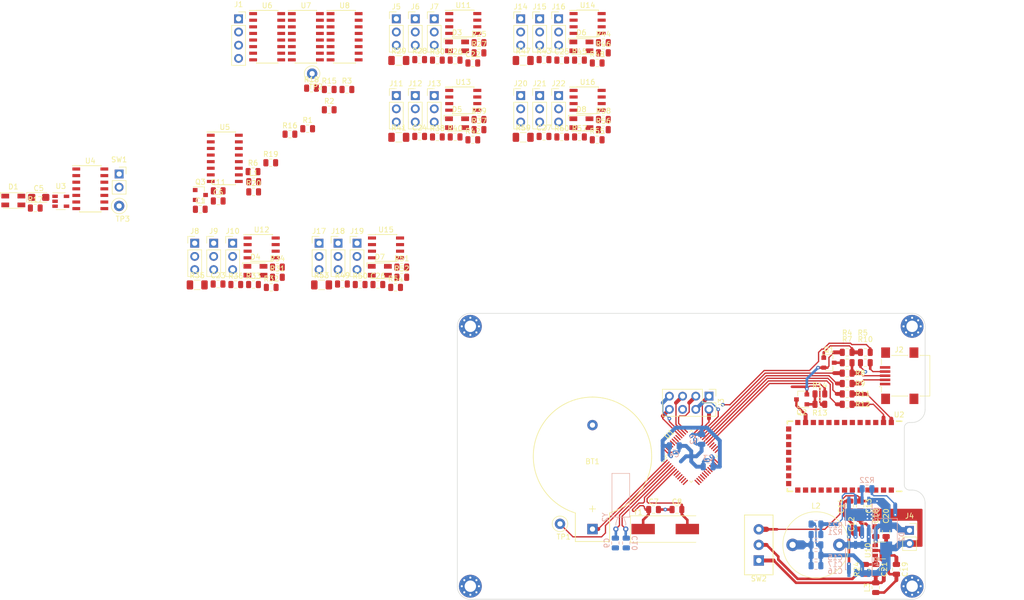
<source format=kicad_pcb>
(kicad_pcb (version 20171130) (host pcbnew "(5.0.0)")
  (layers (0 F.Cu signal) (31 B.Cu signal) (34 B.Paste user) (35 F.Paste user) (36 B.SilkS user) (37 F.SilkS user) (38 B.Mask user) (39 F.Mask user) (44 Edge.Cuts user))
  (net 0 "")
  (net 1 +BATT)
  (net 2 GND)
  (net 3 "Net-(C1-Pad1)")
  (net 4 VCC)
  (net 5 VDDA)
  (net 6 "Net-(C7-Pad1)")
  (net 7 "Net-(C8-Pad1)")
  (net 8 "Net-(C9-Pad1)")
  (net 9 "Net-(C10-Pad1)")
  (net 10 /~NRST)
  (net 11 "Net-(C12-Pad2)")
  (net 12 "Net-(C12-Pad1)")
  (net 13 GNDPWR)
  (net 14 +8V)
  (net 15 "Net-(C14-Pad1)")
  (net 16 +6V)
  (net 17 "Net-(C19-Pad1)")
  (net 18 /Power/~OFF)
  (net 19 "Net-(D1-Pad4)")
  (net 20 /INIT)
  (net 21 "Net-(D1-Pad1)")
  (net 22 "Net-(D1-Pad3)")
  (net 23 "Net-(D3-Pad3)")
  (net 24 /LED0)
  (net 25 /LED1)
  (net 26 "Net-(D3-Pad4)")
  (net 27 "Net-(D4-Pad4)")
  (net 28 /LED3)
  (net 29 /LED2)
  (net 30 "Net-(D4-Pad3)")
  (net 31 "Net-(D5-Pad4)")
  (net 32 /LED5)
  (net 33 /LED4)
  (net 34 "Net-(D5-Pad3)")
  (net 35 "Net-(D6-Pad3)")
  (net 36 /LED6)
  (net 37 /LED7)
  (net 38 "Net-(D6-Pad4)")
  (net 39 "Net-(D7-Pad4)")
  (net 40 /LED9)
  (net 41 /LED8)
  (net 42 "Net-(D7-Pad3)")
  (net 43 "Net-(D8-Pad3)")
  (net 44 /LED10)
  (net 45 /LED11)
  (net 46 "Net-(D8-Pad4)")
  (net 47 /TRIG)
  (net 48 /ECHO)
  (net 49 "Net-(J2-Pad1)")
  (net 50 "Net-(J2-Pad2)")
  (net 51 "Net-(J2-Pad3)")
  (net 52 "Net-(J2-Pad4)")
  (net 53 /TCK)
  (net 54 /TMS)
  (net 55 /TDI)
  (net 56 /TDO)
  (net 57 /~TRST)
  (net 58 /LEG0)
  (net 59 /Leg0/PWR)
  (net 60 /LEG1)
  (net 61 /LEG2)
  (net 62 /LEG3)
  (net 63 /Leg1/PWR)
  (net 64 /LEG4)
  (net 65 /LEG5)
  (net 66 /Leg2/PWR)
  (net 67 /LEG6)
  (net 68 /LEG7)
  (net 69 /LEG8)
  (net 70 /Leg3/PWR)
  (net 71 /LEG9)
  (net 72 /LEG10)
  (net 73 /LEG11)
  (net 74 /Leg4/PWR)
  (net 75 /LEG12)
  (net 76 /LEG13)
  (net 77 /LEG14)
  (net 78 /LEG15)
  (net 79 /Leg5/PWR)
  (net 80 /LEG16)
  (net 81 /LEG17)
  (net 82 "Net-(Q1-Pad3)")
  (net 83 "Net-(Q1-Pad1)")
  (net 84 "Net-(Q2-Pad1)")
  (net 85 "Net-(Q2-Pad3)")
  (net 86 "Net-(Q3-Pad1)")
  (net 87 /CLER)
  (net 88 "Net-(Q4-Pad4)")
  (net 89 "Net-(R1-Pad2)")
  (net 90 /WKUP)
  (net 91 "Net-(R3-Pad1)")
  (net 92 /DISC)
  (net 93 /~OUEN)
  (net 94 /DP)
  (net 95 /DM)
  (net 96 "Net-(R11-Pad1)")
  (net 97 /BTTX)
  (net 98 /BTRX)
  (net 99 "Net-(R12-Pad1)")
  (net 100 /~BTON)
  (net 101 /~CLER)
  (net 102 "Net-(R21-Pad2)")
  (net 103 /EN)
  (net 104 "Net-(R24-Pad2)")
  (net 105 "Net-(TP1-Pad1)")
  (net 106 /CURR0)
  (net 107 /CURR1)
  (net 108 /CURR2)
  (net 109 /CURR3)
  (net 110 /SHCL)
  (net 111 /SHDT)
  (net 112 /CURR4)
  (net 113 /CURR5)
  (net 114 "Net-(U1-Pad20)")
  (net 115 /STCL)
  (net 116 "Net-(U1-Pad25)")
  (net 117 "Net-(U1-Pad27)")
  (net 118 "Net-(U1-Pad42)")
  (net 119 "Net-(U1-Pad43)")
  (net 120 "Net-(U1-Pad46)")
  (net 121 "Net-(U2-Pad34)")
  (net 122 "Net-(U2-Pad33)")
  (net 123 "Net-(U2-Pad32)")
  (net 124 "Net-(U2-Pad31)")
  (net 125 "Net-(U2-Pad30)")
  (net 126 "Net-(U2-Pad29)")
  (net 127 "Net-(U2-Pad28)")
  (net 128 "Net-(U2-Pad27)")
  (net 129 "Net-(U2-Pad26)")
  (net 130 "Net-(U2-Pad25)")
  (net 131 "Net-(U2-Pad23)")
  (net 132 "Net-(U2-Pad20)")
  (net 133 "Net-(U2-Pad19)")
  (net 134 "Net-(U2-Pad18)")
  (net 135 "Net-(U2-Pad17)")
  (net 136 "Net-(U2-Pad16)")
  (net 137 "Net-(U2-Pad15)")
  (net 138 "Net-(U2-Pad14)")
  (net 139 "Net-(U2-Pad11)")
  (net 140 "Net-(U2-Pad10)")
  (net 141 "Net-(U2-Pad9)")
  (net 142 "Net-(U2-Pad8)")
  (net 143 "Net-(U2-Pad7)")
  (net 144 "Net-(U2-Pad6)")
  (net 145 "Net-(U2-Pad5)")
  (net 146 "Net-(U2-Pad4)")
  (net 147 "Net-(U2-Pad3)")
  (net 148 /RCLK)
  (net 149 "Net-(U3-Pad1)")
  (net 150 "Net-(U4-Pad4)")
  (net 151 "Net-(U4-Pad5)")
  (net 152 "Net-(U4-Pad6)")
  (net 153 "Net-(U5-Pad9)")
  (net 154 "Net-(U6-Pad9)")
  (net 155 "Net-(U7-Pad9)")
  (net 156 "Net-(U7-Pad15)")
  (net 157 "Net-(U8-Pad9)")
  (module MountingHole:MountingHole_2.2mm_M2_Pad_Via (layer F.Cu) (at 192.5 77.5)
    (fp_text reference REF** hide)
    (fp_text value MountingHole_2.2mm_M2_Pad_Via)
    (pad 1 thru_hole circle (at 1.166726 -1.166726) (size 0.7 0.7) (drill 0.4) (layers *.Cu *.Mask))
    (pad 1 thru_hole circle (at 0 -1.65) (size 0.7 0.7) (drill 0.4) (layers *.Cu *.Mask))
    (pad 1 thru_hole circle (at -1.166726 -1.166726) (size 0.7 0.7) (drill 0.4) (layers *.Cu *.Mask))
    (pad 1 thru_hole circle (at -1.65 0) (size 0.7 0.7) (drill 0.4) (layers *.Cu *.Mask))
    (pad 1 thru_hole circle (at -1.166726 1.166726) (size 0.7 0.7) (drill 0.4) (layers *.Cu *.Mask))
    (pad 1 thru_hole circle (at 0 1.65) (size 0.7 0.7) (drill 0.4) (layers *.Cu *.Mask))
    (pad 1 thru_hole circle (at 1.166726 1.166726) (size 0.7 0.7) (drill 0.4) (layers *.Cu *.Mask))
    (pad 1 thru_hole circle (at 1.65 0) (size 0.7 0.7) (drill 0.4) (layers *.Cu *.Mask))
    (pad 1 thru_hole circle (at 0 0) (size 4.4 4.4) (drill 2.2) (layers *.Cu *.Mask))
  )
  (module MountingHole:MountingHole_2.2mm_M2_Pad_Via (layer F.Cu) (at 192.5 127.5)
    (fp_text reference REF** hide)
    (fp_text value MountingHole_2.2mm_M2_Pad_Via)
    (pad 1 thru_hole circle (at 1.166726 -1.166726) (size 0.7 0.7) (drill 0.4) (layers *.Cu *.Mask))
    (pad 1 thru_hole circle (at 0 -1.65) (size 0.7 0.7) (drill 0.4) (layers *.Cu *.Mask))
    (pad 1 thru_hole circle (at -1.166726 -1.166726) (size 0.7 0.7) (drill 0.4) (layers *.Cu *.Mask))
    (pad 1 thru_hole circle (at -1.65 0) (size 0.7 0.7) (drill 0.4) (layers *.Cu *.Mask))
    (pad 1 thru_hole circle (at -1.166726 1.166726) (size 0.7 0.7) (drill 0.4) (layers *.Cu *.Mask))
    (pad 1 thru_hole circle (at 0 1.65) (size 0.7 0.7) (drill 0.4) (layers *.Cu *.Mask))
    (pad 1 thru_hole circle (at 1.166726 1.166726) (size 0.7 0.7) (drill 0.4) (layers *.Cu *.Mask))
    (pad 1 thru_hole circle (at 1.65 0) (size 0.7 0.7) (drill 0.4) (layers *.Cu *.Mask))
    (pad 1 thru_hole circle (at 0 0) (size 4.4 4.4) (drill 2.2) (layers *.Cu *.Mask))
  )
  (module MountingHole:MountingHole_2.2mm_M2_Pad_Via (layer F.Cu) (at 107.5 127.5)
    (fp_text reference REF** hide)
    (fp_text value MountingHole_2.2mm_M2_Pad_Via)
    (pad 1 thru_hole circle (at 1.166726 -1.166726) (size 0.7 0.7) (drill 0.4) (layers *.Cu *.Mask))
    (pad 1 thru_hole circle (at 0 -1.65) (size 0.7 0.7) (drill 0.4) (layers *.Cu *.Mask))
    (pad 1 thru_hole circle (at -1.166726 -1.166726) (size 0.7 0.7) (drill 0.4) (layers *.Cu *.Mask))
    (pad 1 thru_hole circle (at -1.65 0) (size 0.7 0.7) (drill 0.4) (layers *.Cu *.Mask))
    (pad 1 thru_hole circle (at -1.166726 1.166726) (size 0.7 0.7) (drill 0.4) (layers *.Cu *.Mask))
    (pad 1 thru_hole circle (at 0 1.65) (size 0.7 0.7) (drill 0.4) (layers *.Cu *.Mask))
    (pad 1 thru_hole circle (at 1.166726 1.166726) (size 0.7 0.7) (drill 0.4) (layers *.Cu *.Mask))
    (pad 1 thru_hole circle (at 1.65 0) (size 0.7 0.7) (drill 0.4) (layers *.Cu *.Mask))
    (pad 1 thru_hole circle (at 0 0) (size 4.4 4.4) (drill 2.2) (layers *.Cu *.Mask))
  )
  (module MountingHole:MountingHole_2.2mm_M2_Pad_Via (layer F.Cu) (at 107.5 77.5)
    (fp_text reference REF** hide)
    (fp_text value MountingHole_2.2mm_M2_Pad_Via)
    (pad 1 thru_hole circle (at 1.166726 -1.166726) (size 0.7 0.7) (drill 0.4) (layers *.Cu *.Mask))
    (pad 1 thru_hole circle (at 0 -1.65) (size 0.7 0.7) (drill 0.4) (layers *.Cu *.Mask))
    (pad 1 thru_hole circle (at -1.166726 -1.166726) (size 0.7 0.7) (drill 0.4) (layers *.Cu *.Mask))
    (pad 1 thru_hole circle (at -1.65 0) (size 0.7 0.7) (drill 0.4) (layers *.Cu *.Mask))
    (pad 1 thru_hole circle (at -1.166726 1.166726) (size 0.7 0.7) (drill 0.4) (layers *.Cu *.Mask))
    (pad 1 thru_hole circle (at 0 1.65) (size 0.7 0.7) (drill 0.4) (layers *.Cu *.Mask))
    (pad 1 thru_hole circle (at 1.166726 1.166726) (size 0.7 0.7) (drill 0.4) (layers *.Cu *.Mask))
    (pad 1 thru_hole circle (at 1.65 0) (size 0.7 0.7) (drill 0.4) (layers *.Cu *.Mask))
    (pad 1 thru_hole circle (at 0 0) (size 4.4 4.4) (drill 2.2) (layers *.Cu *.Mask))
  )
  (module Beetle:CH25-2032LF (layer F.Cu) (at 131 102.5)
    (fp_text reference BT1 (at 0 1) (layer F.SilkS))
    (fp_text value 1V8-3V6)
    (fp_text user + (at 0 10) (layer F.SilkS) (effects (font (size 1.5 1.5))))
    (pad 1 thru_hole rect (at 0 14) (size 2 2) (drill 1) (layers *.Cu *.Mask) (net 1 +BATT))
    (pad 2 thru_hole circle (at 0 -6) (size 2 2) (drill 1) (layers *.Cu *.Mask) (net 2 GND))
    (pad "" np_thru_hole circle (at 9.6 0) (size 1.5 1.5) (drill 1.5) (layers *.Cu *.Mask))
    (pad "" np_thru_hole circle (at -4.4 8.1) (size 1.5 1.5) (drill 1.5) (layers *.Cu *.Mask))
    (pad "" np_thru_hole circle (at -4.4 -8.1) (size 1.5 1.5) (drill 1.5) (layers *.Cu *.Mask))
  )
  (module Capacitor_SMD:C_0805_2012Metric (layer F.Cu) (at 55.535 54.975)
    (fp_text reference C1 (at 0 -1.65) (layer F.SilkS))
    (fp_text value 100nF)
    (pad 1 smd roundrect (at -0.9375 0) (size 0.975 1.4) (layers F.Cu F.Paste F.Mask) (net 3 "Net-(C1-Pad1)"))
    (pad 2 smd roundrect (at 0.9375 0) (size 0.975 1.4) (layers F.Cu F.Paste F.Mask) (net 2 GND))
  )
  (module Capacitor_SMD:C_0805_2012Metric (layer B.Cu) (at 152 99.25 270)
    (fp_text reference C2 (at 0 1.65 270) (layer B.SilkS) (effects (justify mirror)))
    (fp_text value 100nF)
    (pad 1 smd roundrect (at -0.9375 0 270) (size 0.975 1.4) (layers B.Cu B.Paste B.Mask) (net 4 VCC))
    (pad 2 smd roundrect (at 0.9375 0 270) (size 0.975 1.4) (layers B.Cu B.Paste B.Mask) (net 2 GND))
  )
  (module Capacitor_SMD:C_0805_2012Metric (layer B.Cu) (at 153.25 104.5 180)
    (fp_text reference C3 (at 0 1.65 180) (layer B.SilkS) (effects (justify mirror)))
    (fp_text value 100nF)
    (pad 2 smd roundrect (at 0.9375 0 180) (size 0.975 1.4) (layers B.Cu B.Paste B.Mask) (net 2 GND))
    (pad 1 smd roundrect (at -0.9375 0 180) (size 0.975 1.4) (layers B.Cu B.Paste B.Mask) (net 4 VCC))
  )
  (module Capacitor_SMD:C_0805_2012Metric (layer B.Cu) (at 146.75 100.5)
    (fp_text reference C4 (at 0 1.65) (layer B.SilkS) (effects (justify mirror)))
    (fp_text value 100nF)
    (pad 1 smd roundrect (at -0.9375 0) (size 0.975 1.4) (layers B.Cu B.Paste B.Mask) (net 4 VCC))
    (pad 2 smd roundrect (at 0.9375 0) (size 0.975 1.4) (layers B.Cu B.Paste B.Mask) (net 2 GND))
  )
  (module Capacitor_Tantalum_SMD:CP_EIA-3216-12_Kemet-S (layer F.Cu) (at 24.45 52.685)
    (fp_text reference C5 (at 0 -1.75) (layer F.SilkS))
    (fp_text value 1uF)
    (pad 1 smd roundrect (at -1.35 0) (size 1.4 1.35) (layers F.Cu F.Paste F.Mask) (roundrect_rratio 0.185185) (net 5 VDDA))
    (pad 2 smd roundrect (at 1.35 0) (size 1.4 1.35) (layers F.Cu F.Paste F.Mask) (roundrect_rratio 0.185185) (net 2 GND))
  )
  (module Capacitor_SMD:C_0805_2012Metric (layer F.Cu) (at 58.985 53.375)
    (fp_text reference C6 (at 0 -1.65) (layer F.SilkS))
    (fp_text value 100nF)
    (pad 2 smd roundrect (at 0.9375 0) (size 0.975 1.4) (layers F.Cu F.Paste F.Mask) (net 2 GND))
    (pad 1 smd roundrect (at -0.9375 0) (size 0.975 1.4) (layers F.Cu F.Paste F.Mask) (net 5 VDDA))
  )
  (module Capacitor_SMD:C_0805_2012Metric (layer F.Cu) (at 142.75 112.75)
    (fp_text reference C7 (at 0 -1.5) (layer F.SilkS))
    (fp_text value 22pF)
    (pad 1 smd roundrect (at -0.9375 0) (size 0.975 1.4) (layers F.Cu F.Paste F.Mask) (net 6 "Net-(C7-Pad1)"))
    (pad 2 smd roundrect (at 0.9375 0) (size 0.975 1.4) (layers F.Cu F.Paste F.Mask) (net 2 GND))
  )
  (module Capacitor_SMD:C_0805_2012Metric (layer F.Cu) (at 147.25 112.75 180)
    (fp_text reference C8 (at 0 1.5 180) (layer F.SilkS))
    (fp_text value 22pF)
    (pad 1 smd roundrect (at -0.9375 0 180) (size 0.975 1.4) (layers F.Cu F.Paste F.Mask) (net 7 "Net-(C8-Pad1)"))
    (pad 2 smd roundrect (at 0.9375 0 180) (size 0.975 1.4) (layers F.Cu F.Paste F.Mask) (net 2 GND))
  )
  (module Capacitor_SMD:C_0805_2012Metric (layer B.Cu) (at 135.4 119.1875 270)
    (fp_text reference C9 (at 0 1.65 270) (layer B.SilkS) (effects (justify mirror)))
    (fp_text value 10pF)
    (pad 1 smd roundrect (at -0.9375 0 270) (size 0.975 1.4) (layers B.Cu B.Paste B.Mask) (net 8 "Net-(C9-Pad1)"))
    (pad 2 smd roundrect (at 0.9375 0 270) (size 0.975 1.4) (layers B.Cu B.Paste B.Mask) (net 2 GND))
  )
  (module Capacitor_SMD:C_0805_2012Metric (layer B.Cu) (at 137.5 119.1875 270)
    (fp_text reference C10 (at 0 -1.65 270) (layer B.SilkS) (effects (justify mirror)))
    (fp_text value 10pF)
    (pad 2 smd roundrect (at 0.9375 0 270) (size 0.975 1.4) (layers B.Cu B.Paste B.Mask) (net 2 GND))
    (pad 1 smd roundrect (at -0.9375 0 270) (size 0.975 1.4) (layers B.Cu B.Paste B.Mask) (net 9 "Net-(C10-Pad1)"))
  )
  (module Capacitor_SMD:C_0805_2012Metric (layer F.Cu) (at 58.985 51.425)
    (fp_text reference C11 (at 0 -1.65) (layer F.SilkS))
    (fp_text value 100nF)
    (pad 2 smd roundrect (at 0.9375 0) (size 0.975 1.4) (layers F.Cu F.Paste F.Mask) (net 2 GND))
    (pad 1 smd roundrect (at -0.9375 0) (size 0.975 1.4) (layers F.Cu F.Paste F.Mask) (net 10 /~NRST))
  )
  (module Capacitor_SMD:C_0805_2012Metric (layer F.Cu) (at 182.5 115.5625 90)
    (fp_text reference C12 (at 0 -1.65 90) (layer F.SilkS))
    (fp_text value 1uF)
    (pad 2 smd roundrect (at 0.9375 0 90) (size 0.975 1.4) (layers F.Cu F.Paste F.Mask) (net 11 "Net-(C12-Pad2)"))
    (pad 1 smd roundrect (at -0.9375 0 90) (size 0.975 1.4) (layers F.Cu F.Paste F.Mask) (net 12 "Net-(C12-Pad1)"))
  )
  (module Capacitor_SMD:C_0805_2012Metric (layer F.Cu) (at 182.5 112.0625 270)
    (fp_text reference C13 (at 0 -1.65 270) (layer F.SilkS))
    (fp_text value 22uF)
    (pad 2 smd roundrect (at 0.9375 0 270) (size 0.975 1.4) (layers F.Cu F.Paste F.Mask) (net 13 GNDPWR))
    (pad 1 smd roundrect (at -0.9375 0 270) (size 0.975 1.4) (layers F.Cu F.Paste F.Mask) (net 14 +8V))
  )
  (module Capacitor_SMD:C_0805_2012Metric (layer F.Cu) (at 180.5 112.0625 270)
    (fp_text reference C14 (at 0 1.65 270) (layer F.SilkS))
    (fp_text value 1uF)
    (pad 1 smd roundrect (at -0.9375 0 270) (size 0.975 1.4) (layers F.Cu F.Paste F.Mask) (net 15 "Net-(C14-Pad1)"))
    (pad 2 smd roundrect (at 0.9375 0 270) (size 0.975 1.4) (layers F.Cu F.Paste F.Mask) (net 13 GNDPWR))
  )
  (module Capacitor_SMD:C_0805_2012Metric (layer B.Cu) (at 174 119.55)
    (fp_text reference C15 (at 3.7 2.45) (layer B.SilkS) (effects (justify mirror)))
    (fp_text value 22uF)
    (pad 2 smd roundrect (at 0.9375 0) (size 0.975 1.4) (layers B.Cu B.Paste B.Mask) (net 13 GNDPWR))
    (pad 1 smd roundrect (at -0.9375 0) (size 0.975 1.4) (layers B.Cu B.Paste B.Mask) (net 16 +6V))
  )
  (module Capacitor_SMD:C_0805_2012Metric (layer B.Cu) (at 174 123.55)
    (fp_text reference C16 (at 3.7 1.05) (layer B.SilkS) (effects (justify mirror)))
    (fp_text value 22uF)
    (pad 2 smd roundrect (at 0.9375 0) (size 0.975 1.4) (layers B.Cu B.Paste B.Mask) (net 13 GNDPWR))
    (pad 1 smd roundrect (at -0.9375 0) (size 0.975 1.4) (layers B.Cu B.Paste B.Mask) (net 16 +6V))
  )
  (module Capacitor_SMD:C_0805_2012Metric (layer B.Cu) (at 174 121.55)
    (fp_text reference C17 (at 3.7 1.75) (layer B.SilkS) (effects (justify mirror)))
    (fp_text value 22uF)
    (pad 1 smd roundrect (at -0.9375 0) (size 0.975 1.4) (layers B.Cu B.Paste B.Mask) (net 16 +6V))
    (pad 2 smd roundrect (at 0.9375 0) (size 0.975 1.4) (layers B.Cu B.Paste B.Mask) (net 13 GNDPWR))
  )
  (module Capacitor_SMD:C_0805_2012Metric (layer F.Cu) (at 185.5 117 90)
    (fp_text reference C18 (at 3 0 90) (layer F.SilkS))
    (fp_text value 1uF)
    (pad 1 smd roundrect (at -0.9375 0 90) (size 0.975 1.4) (layers F.Cu F.Paste F.Mask) (net 14 +8V))
    (pad 2 smd roundrect (at 0.9375 0 90) (size 0.975 1.4) (layers F.Cu F.Paste F.Mask) (net 2 GND))
  )
  (module Capacitor_SMD:C_0805_2012Metric (layer F.Cu) (at 189.475 124.25 270)
    (fp_text reference C19 (at 0 -1.65 270) (layer F.SilkS))
    (fp_text value 10nF)
    (pad 2 smd roundrect (at 0.9375 0 270) (size 0.975 1.4) (layers F.Cu F.Paste F.Mask) (net 2 GND))
    (pad 1 smd roundrect (at -0.9375 0 270) (size 0.975 1.4) (layers F.Cu F.Paste F.Mask) (net 17 "Net-(C19-Pad1)"))
  )
  (module Capacitor_SMD:C_0805_2012Metric (layer F.Cu) (at 187.5 117 90)
    (fp_text reference C20 (at 3 0 90) (layer F.SilkS))
    (fp_text value 2.2uF)
    (pad 1 smd roundrect (at -0.9375 0 90) (size 0.975 1.4) (layers F.Cu F.Paste F.Mask) (net 4 VCC))
    (pad 2 smd roundrect (at 0.9375 0 90) (size 0.975 1.4) (layers F.Cu F.Paste F.Mask) (net 2 GND))
  )
  (module Capacitor_SMD:C_0805_2012Metric (layer F.Cu) (at 185.5 124.25 270)
    (fp_text reference C21 (at 0 -1.65 270) (layer F.SilkS))
    (fp_text value 100nF)
    (pad 2 smd roundrect (at 0.9375 0 270) (size 0.975 1.4) (layers F.Cu F.Paste F.Mask) (net 13 GNDPWR))
    (pad 1 smd roundrect (at -0.9375 0 270) (size 0.975 1.4) (layers F.Cu F.Paste F.Mask) (net 18 /Power/~OFF))
  )
  (module Capacitor_SMD:C_0805_2012Metric (layer F.Cu) (at 107.975 26.825)
    (fp_text reference C22 (at 0 -1.65) (layer F.SilkS))
    (fp_text value 100nF)
    (pad 2 smd roundrect (at 0.9375 0) (size 0.975 1.4) (layers F.Cu F.Paste F.Mask) (net 2 GND))
    (pad 1 smd roundrect (at -0.9375 0) (size 0.975 1.4) (layers F.Cu F.Paste F.Mask) (net 4 VCC))
  )
  (module Capacitor_SMD:C_0805_2012Metric (layer F.Cu) (at 58.955 69.355)
    (fp_text reference C23 (at 0 -1.65) (layer F.SilkS))
    (fp_text value 100nF)
    (pad 1 smd roundrect (at -0.9375 0) (size 0.975 1.4) (layers F.Cu F.Paste F.Mask) (net 4 VCC))
    (pad 2 smd roundrect (at 0.9375 0) (size 0.975 1.4) (layers F.Cu F.Paste F.Mask) (net 2 GND))
  )
  (module Capacitor_SMD:C_0805_2012Metric (layer F.Cu) (at 97.745 40.955)
    (fp_text reference C24 (at 0 -1.65) (layer F.SilkS))
    (fp_text value 100nF)
    (pad 1 smd roundrect (at -0.9375 0) (size 0.975 1.4) (layers F.Cu F.Paste F.Mask) (net 4 VCC))
    (pad 2 smd roundrect (at 0.9375 0) (size 0.975 1.4) (layers F.Cu F.Paste F.Mask) (net 2 GND))
  )
  (module Capacitor_SMD:C_0805_2012Metric (layer F.Cu) (at 125.085 26.275)
    (fp_text reference C25 (at 0 -1.65) (layer F.SilkS))
    (fp_text value 100nF)
    (pad 2 smd roundrect (at 0.9375 0) (size 0.975 1.4) (layers F.Cu F.Paste F.Mask) (net 2 GND))
    (pad 1 smd roundrect (at -0.9375 0) (size 0.975 1.4) (layers F.Cu F.Paste F.Mask) (net 4 VCC))
  )
  (module Capacitor_SMD:C_0805_2012Metric (layer F.Cu) (at 89.705 69.455)
    (fp_text reference C26 (at 0 -1.65) (layer F.SilkS))
    (fp_text value 100nF)
    (pad 1 smd roundrect (at -0.9375 0) (size 0.975 1.4) (layers F.Cu F.Paste F.Mask) (net 4 VCC))
    (pad 2 smd roundrect (at 0.9375 0) (size 0.975 1.4) (layers F.Cu F.Paste F.Mask) (net 2 GND))
  )
  (module Capacitor_SMD:C_0805_2012Metric (layer F.Cu) (at 121.675 40.955)
    (fp_text reference C27 (at 0 -1.65) (layer F.SilkS))
    (fp_text value 100nF)
    (pad 1 smd roundrect (at -0.9375 0) (size 0.975 1.4) (layers F.Cu F.Paste F.Mask) (net 4 VCC))
    (pad 2 smd roundrect (at 0.9375 0) (size 0.975 1.4) (layers F.Cu F.Paste F.Mask) (net 2 GND))
  )
  (module Beetle:LED_Wurth_PLCC4_3.2x2.8mm (layer F.Cu) (at 19.56 53.285)
    (fp_text reference D1 (at 0 -2.65) (layer F.SilkS))
    (fp_text value LED_Dual_AACC)
    (pad 4 smd rect (at -1.55 0.85) (size 1.5 0.9) (layers F.Cu F.Paste F.Mask) (net 19 "Net-(D1-Pad4)"))
    (pad 2 smd rect (at 1.55 0.85) (size 1.5 0.9) (layers F.Cu F.Paste F.Mask) (net 20 /INIT))
    (pad 1 smd rect (at 1.55 -0.85) (size 1.5 0.9) (layers F.Cu F.Paste F.Mask) (net 21 "Net-(D1-Pad1)"))
    (pad 3 smd rect (at -1.55 -0.85) (size 1.5 0.9) (layers F.Cu F.Paste F.Mask) (net 22 "Net-(D1-Pad3)"))
  )
  (module Diode_SMD:D_SMB (layer B.Cu) (at 187.5 118 270)
    (fp_text reference D2 (at 0 -3 270) (layer B.SilkS) (effects (justify mirror)))
    (fp_text value 9V1)
    (pad 1 smd rect (at -2.15 0 270) (size 2.5 2.3) (layers B.Cu B.Paste B.Mask) (net 14 +8V))
    (pad 2 smd rect (at 2.15 0 270) (size 2.5 2.3) (layers B.Cu B.Paste B.Mask) (net 13 GNDPWR))
  )
  (module Beetle:LED_Wurth_PLCC4_3.2x2.8mm (layer F.Cu) (at 104.94 23.625)
    (fp_text reference D3 (at 0 -2.65) (layer F.SilkS))
    (fp_text value LED_Dual_AACC)
    (pad 3 smd rect (at -1.55 -0.85) (size 1.5 0.9) (layers F.Cu F.Paste F.Mask) (net 23 "Net-(D3-Pad3)"))
    (pad 1 smd rect (at 1.55 -0.85) (size 1.5 0.9) (layers F.Cu F.Paste F.Mask) (net 24 /LED0))
    (pad 2 smd rect (at 1.55 0.85) (size 1.5 0.9) (layers F.Cu F.Paste F.Mask) (net 25 /LED1))
    (pad 4 smd rect (at -1.55 0.85) (size 1.5 0.9) (layers F.Cu F.Paste F.Mask) (net 26 "Net-(D3-Pad4)"))
  )
  (module Beetle:LED_Wurth_PLCC4_3.2x2.8mm (layer F.Cu) (at 66.15 66.805)
    (fp_text reference D4 (at 0 -2.65) (layer F.SilkS))
    (fp_text value LED_Dual_AACC)
    (pad 4 smd rect (at -1.55 0.85) (size 1.5 0.9) (layers F.Cu F.Paste F.Mask) (net 27 "Net-(D4-Pad4)"))
    (pad 2 smd rect (at 1.55 0.85) (size 1.5 0.9) (layers F.Cu F.Paste F.Mask) (net 28 /LED3))
    (pad 1 smd rect (at 1.55 -0.85) (size 1.5 0.9) (layers F.Cu F.Paste F.Mask) (net 29 /LED2))
    (pad 3 smd rect (at -1.55 -0.85) (size 1.5 0.9) (layers F.Cu F.Paste F.Mask) (net 30 "Net-(D4-Pad3)"))
  )
  (module Beetle:LED_Wurth_PLCC4_3.2x2.8mm (layer F.Cu) (at 104.94 38.405)
    (fp_text reference D5 (at 0 -2.65) (layer F.SilkS))
    (fp_text value LED_Dual_AACC)
    (pad 4 smd rect (at -1.55 0.85) (size 1.5 0.9) (layers F.Cu F.Paste F.Mask) (net 31 "Net-(D5-Pad4)"))
    (pad 2 smd rect (at 1.55 0.85) (size 1.5 0.9) (layers F.Cu F.Paste F.Mask) (net 32 /LED5))
    (pad 1 smd rect (at 1.55 -0.85) (size 1.5 0.9) (layers F.Cu F.Paste F.Mask) (net 33 /LED4))
    (pad 3 smd rect (at -1.55 -0.85) (size 1.5 0.9) (layers F.Cu F.Paste F.Mask) (net 34 "Net-(D5-Pad3)"))
  )
  (module Beetle:LED_Wurth_PLCC4_3.2x2.8mm (layer F.Cu) (at 128.87 23.625)
    (fp_text reference D6 (at 0 -2.65) (layer F.SilkS))
    (fp_text value LED_Dual_AACC)
    (pad 3 smd rect (at -1.55 -0.85) (size 1.5 0.9) (layers F.Cu F.Paste F.Mask) (net 35 "Net-(D6-Pad3)"))
    (pad 1 smd rect (at 1.55 -0.85) (size 1.5 0.9) (layers F.Cu F.Paste F.Mask) (net 36 /LED6))
    (pad 2 smd rect (at 1.55 0.85) (size 1.5 0.9) (layers F.Cu F.Paste F.Mask) (net 37 /LED7))
    (pad 4 smd rect (at -1.55 0.85) (size 1.5 0.9) (layers F.Cu F.Paste F.Mask) (net 38 "Net-(D6-Pad4)"))
  )
  (module Beetle:LED_Wurth_PLCC4_3.2x2.8mm (layer F.Cu) (at 90.08 66.805)
    (fp_text reference D7 (at 0 -2.65) (layer F.SilkS))
    (fp_text value LED_Dual_AACC)
    (pad 4 smd rect (at -1.55 0.85) (size 1.5 0.9) (layers F.Cu F.Paste F.Mask) (net 39 "Net-(D7-Pad4)"))
    (pad 2 smd rect (at 1.55 0.85) (size 1.5 0.9) (layers F.Cu F.Paste F.Mask) (net 40 /LED9))
    (pad 1 smd rect (at 1.55 -0.85) (size 1.5 0.9) (layers F.Cu F.Paste F.Mask) (net 41 /LED8))
    (pad 3 smd rect (at -1.55 -0.85) (size 1.5 0.9) (layers F.Cu F.Paste F.Mask) (net 42 "Net-(D7-Pad3)"))
  )
  (module Beetle:LED_Wurth_PLCC4_3.2x2.8mm (layer F.Cu) (at 128.87 38.405)
    (fp_text reference D8 (at 0 -2.65) (layer F.SilkS))
    (fp_text value LED_Dual_AACC)
    (pad 3 smd rect (at -1.55 -0.85) (size 1.5 0.9) (layers F.Cu F.Paste F.Mask) (net 43 "Net-(D8-Pad3)"))
    (pad 1 smd rect (at 1.55 -0.85) (size 1.5 0.9) (layers F.Cu F.Paste F.Mask) (net 44 /LED10))
    (pad 2 smd rect (at 1.55 0.85) (size 1.5 0.9) (layers F.Cu F.Paste F.Mask) (net 45 /LED11))
    (pad 4 smd rect (at -1.55 0.85) (size 1.5 0.9) (layers F.Cu F.Paste F.Mask) (net 46 "Net-(D8-Pad4)"))
  )
  (module Connector_PinSocket_2.54mm:PinSocket_1x04_P2.54mm_Vertical (layer F.Cu) (at 62.905 18.325)
    (fp_text reference J1 (at 0 -2.77) (layer F.SilkS))
    (fp_text value Conn_01x04)
    (pad 1 thru_hole rect (at 0 0) (size 1.7 1.7) (drill 1) (layers *.Cu *.Mask) (net 4 VCC))
    (pad 2 thru_hole oval (at 0 2.54) (size 1.7 1.7) (drill 1) (layers *.Cu *.Mask) (net 47 /TRIG))
    (pad 3 thru_hole oval (at 0 5.08) (size 1.7 1.7) (drill 1) (layers *.Cu *.Mask) (net 48 /ECHO))
    (pad 4 thru_hole oval (at 0 7.62) (size 1.7 1.7) (drill 1) (layers *.Cu *.Mask) (net 2 GND))
  )
  (module Connector_USB:USB_Mini-B_Lumberg_2486_01_Horizontal (layer F.Cu) (at 190 87 90)
    (fp_text reference J2 (at 5 0 180) (layer F.SilkS))
    (fp_text value USB_OTG)
    (pad 1 smd rect (at -1.6 -2.7 90) (size 0.5 2) (layers F.Cu F.Paste F.Mask) (net 49 "Net-(J2-Pad1)"))
    (pad 2 smd rect (at -0.8 -2.7 90) (size 0.5 2) (layers F.Cu F.Paste F.Mask) (net 50 "Net-(J2-Pad2)"))
    (pad 3 smd rect (at 0 -2.7 90) (size 0.5 2) (layers F.Cu F.Paste F.Mask) (net 51 "Net-(J2-Pad3)"))
    (pad 4 smd rect (at 0.8 -2.7 90) (size 0.5 2) (layers F.Cu F.Paste F.Mask) (net 52 "Net-(J2-Pad4)"))
    (pad 5 smd rect (at 1.6 -2.7 90) (size 0.5 2) (layers F.Cu F.Paste F.Mask) (net 2 GND))
    (pad 6 smd rect (at -4.45 -2.6 90) (size 2 1.7) (layers F.Cu F.Paste F.Mask) (net 2 GND))
    (pad 6 smd rect (at -4.45 2.85 90) (size 2 1.7) (layers F.Cu F.Paste F.Mask) (net 2 GND))
    (pad 6 smd rect (at 4.45 -2.6 90) (size 2 1.7) (layers F.Cu F.Paste F.Mask) (net 2 GND))
    (pad 6 smd rect (at 4.45 2.85 90) (size 2 1.7) (layers F.Cu F.Paste F.Mask) (net 2 GND))
    (pad "" np_thru_hole circle (at -2.2 0 90) (size 1 1) (drill 1) (layers *.Cu *.Mask))
    (pad "" np_thru_hole circle (at 2.2 0 90) (size 1 1) (drill 1) (layers *.Cu *.Mask))
  )
  (module Connector_PinHeader_2.54mm:PinHeader_2x04_P2.54mm_Vertical (layer F.Cu) (at 153.416 90.932 270)
    (fp_text reference J3 (at 1.27 -2.33 270) (layer F.SilkS))
    (fp_text value JTAG)
    (pad 1 thru_hole rect (at 0 0 270) (size 1.7 1.7) (drill 1) (layers *.Cu *.Mask) (net 4 VCC))
    (pad 2 thru_hole oval (at 2.54 0 270) (size 1.7 1.7) (drill 1) (layers *.Cu *.Mask) (net 2 GND))
    (pad 3 thru_hole oval (at 0 2.54 270) (size 1.7 1.7) (drill 1) (layers *.Cu *.Mask) (net 53 /TCK))
    (pad 4 thru_hole oval (at 2.54 2.54 270) (size 1.7 1.7) (drill 1) (layers *.Cu *.Mask) (net 54 /TMS))
    (pad 5 thru_hole oval (at 0 5.08 270) (size 1.7 1.7) (drill 1) (layers *.Cu *.Mask) (net 55 /TDI))
    (pad 6 thru_hole oval (at 2.54 5.08 270) (size 1.7 1.7) (drill 1) (layers *.Cu *.Mask) (net 10 /~NRST))
    (pad 7 thru_hole oval (at 0 7.62 270) (size 1.7 1.7) (drill 1) (layers *.Cu *.Mask) (net 56 /TDO))
    (pad 8 thru_hole oval (at 2.54 7.62 270) (size 1.7 1.7) (drill 1) (layers *.Cu *.Mask) (net 57 /~TRST))
  )
  (module Connector_PinSocket_2.54mm:PinSocket_1x02_P2.54mm_Vertical (layer F.Cu) (at 192 116.75)
    (fp_text reference J4 (at 0 -2.77) (layer F.SilkS))
    (fp_text value "LiPo 2S")
    (pad 1 thru_hole rect (at 0 0) (size 1.7 1.7) (drill 1) (layers *.Cu *.Mask) (net 14 +8V))
    (pad 2 thru_hole oval (at 0 2.54) (size 1.7 1.7) (drill 1) (layers *.Cu *.Mask) (net 13 GNDPWR))
  )
  (module Connector_PinHeader_2.54mm:PinHeader_1x03_P2.54mm_Vertical (layer F.Cu) (at 93.255 18.325)
    (fp_text reference J5 (at 0 -2.33) (layer F.SilkS))
    (fp_text value Conn_01x03)
    (pad 1 thru_hole rect (at 0 0) (size 1.7 1.7) (drill 1) (layers *.Cu *.Mask) (net 58 /LEG0))
    (pad 2 thru_hole oval (at 0 2.54) (size 1.7 1.7) (drill 1) (layers *.Cu *.Mask) (net 59 /Leg0/PWR))
    (pad 3 thru_hole oval (at 0 5.08) (size 1.7 1.7) (drill 1) (layers *.Cu *.Mask) (net 13 GNDPWR))
  )
  (module Connector_PinHeader_2.54mm:PinHeader_1x03_P2.54mm_Vertical (layer F.Cu) (at 96.905 18.325)
    (fp_text reference J6 (at 0 -2.33) (layer F.SilkS))
    (fp_text value Conn_01x03)
    (pad 3 thru_hole oval (at 0 5.08) (size 1.7 1.7) (drill 1) (layers *.Cu *.Mask) (net 13 GNDPWR))
    (pad 2 thru_hole oval (at 0 2.54) (size 1.7 1.7) (drill 1) (layers *.Cu *.Mask) (net 59 /Leg0/PWR))
    (pad 1 thru_hole rect (at 0 0) (size 1.7 1.7) (drill 1) (layers *.Cu *.Mask) (net 60 /LEG1))
  )
  (module Connector_PinHeader_2.54mm:PinHeader_1x03_P2.54mm_Vertical (layer F.Cu) (at 100.555 18.325)
    (fp_text reference J7 (at 0 -2.33) (layer F.SilkS))
    (fp_text value Conn_01x03)
    (pad 3 thru_hole oval (at 0 5.08) (size 1.7 1.7) (drill 1) (layers *.Cu *.Mask) (net 13 GNDPWR))
    (pad 2 thru_hole oval (at 0 2.54) (size 1.7 1.7) (drill 1) (layers *.Cu *.Mask) (net 59 /Leg0/PWR))
    (pad 1 thru_hole rect (at 0 0) (size 1.7 1.7) (drill 1) (layers *.Cu *.Mask) (net 61 /LEG2))
  )
  (module Connector_PinHeader_2.54mm:PinHeader_1x03_P2.54mm_Vertical (layer F.Cu) (at 54.465 61.505)
    (fp_text reference J8 (at 0 -2.33) (layer F.SilkS))
    (fp_text value Conn_01x03)
    (pad 1 thru_hole rect (at 0 0) (size 1.7 1.7) (drill 1) (layers *.Cu *.Mask) (net 62 /LEG3))
    (pad 2 thru_hole oval (at 0 2.54) (size 1.7 1.7) (drill 1) (layers *.Cu *.Mask) (net 63 /Leg1/PWR))
    (pad 3 thru_hole oval (at 0 5.08) (size 1.7 1.7) (drill 1) (layers *.Cu *.Mask) (net 13 GNDPWR))
  )
  (module Connector_PinHeader_2.54mm:PinHeader_1x03_P2.54mm_Vertical (layer F.Cu) (at 58.115 61.505)
    (fp_text reference J9 (at 0 -2.33) (layer F.SilkS))
    (fp_text value Conn_01x03)
    (pad 3 thru_hole oval (at 0 5.08) (size 1.7 1.7) (drill 1) (layers *.Cu *.Mask) (net 13 GNDPWR))
    (pad 2 thru_hole oval (at 0 2.54) (size 1.7 1.7) (drill 1) (layers *.Cu *.Mask) (net 63 /Leg1/PWR))
    (pad 1 thru_hole rect (at 0 0) (size 1.7 1.7) (drill 1) (layers *.Cu *.Mask) (net 64 /LEG4))
  )
  (module Connector_PinHeader_2.54mm:PinHeader_1x03_P2.54mm_Vertical (layer F.Cu) (at 61.765 61.505)
    (fp_text reference J10 (at 0 -2.33) (layer F.SilkS))
    (fp_text value Conn_01x03)
    (pad 1 thru_hole rect (at 0 0) (size 1.7 1.7) (drill 1) (layers *.Cu *.Mask) (net 65 /LEG5))
    (pad 2 thru_hole oval (at 0 2.54) (size 1.7 1.7) (drill 1) (layers *.Cu *.Mask) (net 63 /Leg1/PWR))
    (pad 3 thru_hole oval (at 0 5.08) (size 1.7 1.7) (drill 1) (layers *.Cu *.Mask) (net 13 GNDPWR))
  )
  (module Connector_PinHeader_2.54mm:PinHeader_1x03_P2.54mm_Vertical (layer F.Cu) (at 93.255 33.105)
    (fp_text reference J11 (at 0 -2.33) (layer F.SilkS))
    (fp_text value Conn_01x03)
    (pad 3 thru_hole oval (at 0 5.08) (size 1.7 1.7) (drill 1) (layers *.Cu *.Mask) (net 13 GNDPWR))
    (pad 2 thru_hole oval (at 0 2.54) (size 1.7 1.7) (drill 1) (layers *.Cu *.Mask) (net 66 /Leg2/PWR))
    (pad 1 thru_hole rect (at 0 0) (size 1.7 1.7) (drill 1) (layers *.Cu *.Mask) (net 67 /LEG6))
  )
  (module Connector_PinHeader_2.54mm:PinHeader_1x03_P2.54mm_Vertical (layer F.Cu) (at 96.905 33.105)
    (fp_text reference J12 (at 0 -2.33) (layer F.SilkS))
    (fp_text value Conn_01x03)
    (pad 1 thru_hole rect (at 0 0) (size 1.7 1.7) (drill 1) (layers *.Cu *.Mask) (net 68 /LEG7))
    (pad 2 thru_hole oval (at 0 2.54) (size 1.7 1.7) (drill 1) (layers *.Cu *.Mask) (net 66 /Leg2/PWR))
    (pad 3 thru_hole oval (at 0 5.08) (size 1.7 1.7) (drill 1) (layers *.Cu *.Mask) (net 13 GNDPWR))
  )
  (module Connector_PinHeader_2.54mm:PinHeader_1x03_P2.54mm_Vertical (layer F.Cu) (at 100.555 33.105)
    (fp_text reference J13 (at 0 -2.33) (layer F.SilkS))
    (fp_text value Conn_01x03)
    (pad 3 thru_hole oval (at 0 5.08) (size 1.7 1.7) (drill 1) (layers *.Cu *.Mask) (net 13 GNDPWR))
    (pad 2 thru_hole oval (at 0 2.54) (size 1.7 1.7) (drill 1) (layers *.Cu *.Mask) (net 66 /Leg2/PWR))
    (pad 1 thru_hole rect (at 0 0) (size 1.7 1.7) (drill 1) (layers *.Cu *.Mask) (net 69 /LEG8))
  )
  (module Connector_PinHeader_2.54mm:PinHeader_1x03_P2.54mm_Vertical (layer F.Cu) (at 117.185 18.325)
    (fp_text reference J14 (at 0 -2.33) (layer F.SilkS))
    (fp_text value Conn_01x03)
    (pad 3 thru_hole oval (at 0 5.08) (size 1.7 1.7) (drill 1) (layers *.Cu *.Mask) (net 13 GNDPWR))
    (pad 2 thru_hole oval (at 0 2.54) (size 1.7 1.7) (drill 1) (layers *.Cu *.Mask) (net 70 /Leg3/PWR))
    (pad 1 thru_hole rect (at 0 0) (size 1.7 1.7) (drill 1) (layers *.Cu *.Mask) (net 71 /LEG9))
  )
  (module Connector_PinHeader_2.54mm:PinHeader_1x03_P2.54mm_Vertical (layer F.Cu) (at 120.835 18.325)
    (fp_text reference J15 (at 0 -2.33) (layer F.SilkS))
    (fp_text value Conn_01x03)
    (pad 1 thru_hole rect (at 0 0) (size 1.7 1.7) (drill 1) (layers *.Cu *.Mask) (net 72 /LEG10))
    (pad 2 thru_hole oval (at 0 2.54) (size 1.7 1.7) (drill 1) (layers *.Cu *.Mask) (net 70 /Leg3/PWR))
    (pad 3 thru_hole oval (at 0 5.08) (size 1.7 1.7) (drill 1) (layers *.Cu *.Mask) (net 13 GNDPWR))
  )
  (module Connector_PinHeader_2.54mm:PinHeader_1x03_P2.54mm_Vertical (layer F.Cu) (at 124.485 18.325)
    (fp_text reference J16 (at 0 -2.33) (layer F.SilkS))
    (fp_text value Conn_01x03)
    (pad 3 thru_hole oval (at 0 5.08) (size 1.7 1.7) (drill 1) (layers *.Cu *.Mask) (net 13 GNDPWR))
    (pad 2 thru_hole oval (at 0 2.54) (size 1.7 1.7) (drill 1) (layers *.Cu *.Mask) (net 70 /Leg3/PWR))
    (pad 1 thru_hole rect (at 0 0) (size 1.7 1.7) (drill 1) (layers *.Cu *.Mask) (net 73 /LEG11))
  )
  (module Connector_PinHeader_2.54mm:PinHeader_1x03_P2.54mm_Vertical (layer F.Cu) (at 78.395 61.505)
    (fp_text reference J17 (at 0 -2.33) (layer F.SilkS))
    (fp_text value Conn_01x03)
    (pad 3 thru_hole oval (at 0 5.08) (size 1.7 1.7) (drill 1) (layers *.Cu *.Mask) (net 13 GNDPWR))
    (pad 2 thru_hole oval (at 0 2.54) (size 1.7 1.7) (drill 1) (layers *.Cu *.Mask) (net 74 /Leg4/PWR))
    (pad 1 thru_hole rect (at 0 0) (size 1.7 1.7) (drill 1) (layers *.Cu *.Mask) (net 75 /LEG12))
  )
  (module Connector_PinHeader_2.54mm:PinHeader_1x03_P2.54mm_Vertical (layer F.Cu) (at 82.045 61.505)
    (fp_text reference J18 (at 0 -2.33) (layer F.SilkS))
    (fp_text value Conn_01x03)
    (pad 1 thru_hole rect (at 0 0) (size 1.7 1.7) (drill 1) (layers *.Cu *.Mask) (net 76 /LEG13))
    (pad 2 thru_hole oval (at 0 2.54) (size 1.7 1.7) (drill 1) (layers *.Cu *.Mask) (net 74 /Leg4/PWR))
    (pad 3 thru_hole oval (at 0 5.08) (size 1.7 1.7) (drill 1) (layers *.Cu *.Mask) (net 13 GNDPWR))
  )
  (module Connector_PinHeader_2.54mm:PinHeader_1x03_P2.54mm_Vertical (layer F.Cu) (at 85.695 61.505)
    (fp_text reference J19 (at 0 -2.33) (layer F.SilkS))
    (fp_text value Conn_01x03)
    (pad 3 thru_hole oval (at 0 5.08) (size 1.7 1.7) (drill 1) (layers *.Cu *.Mask) (net 13 GNDPWR))
    (pad 2 thru_hole oval (at 0 2.54) (size 1.7 1.7) (drill 1) (layers *.Cu *.Mask) (net 74 /Leg4/PWR))
    (pad 1 thru_hole rect (at 0 0) (size 1.7 1.7) (drill 1) (layers *.Cu *.Mask) (net 77 /LEG14))
  )
  (module Connector_PinHeader_2.54mm:PinHeader_1x03_P2.54mm_Vertical (layer F.Cu) (at 117.185 33.105)
    (fp_text reference J20 (at 0 -2.33) (layer F.SilkS))
    (fp_text value Conn_01x03)
    (pad 1 thru_hole rect (at 0 0) (size 1.7 1.7) (drill 1) (layers *.Cu *.Mask) (net 78 /LEG15))
    (pad 2 thru_hole oval (at 0 2.54) (size 1.7 1.7) (drill 1) (layers *.Cu *.Mask) (net 79 /Leg5/PWR))
    (pad 3 thru_hole oval (at 0 5.08) (size 1.7 1.7) (drill 1) (layers *.Cu *.Mask) (net 13 GNDPWR))
  )
  (module Connector_PinHeader_2.54mm:PinHeader_1x03_P2.54mm_Vertical (layer F.Cu) (at 120.835 33.105)
    (fp_text reference J21 (at 0 -2.33) (layer F.SilkS))
    (fp_text value Conn_01x03)
    (pad 1 thru_hole rect (at 0 0) (size 1.7 1.7) (drill 1) (layers *.Cu *.Mask) (net 80 /LEG16))
    (pad 2 thru_hole oval (at 0 2.54) (size 1.7 1.7) (drill 1) (layers *.Cu *.Mask) (net 79 /Leg5/PWR))
    (pad 3 thru_hole oval (at 0 5.08) (size 1.7 1.7) (drill 1) (layers *.Cu *.Mask) (net 13 GNDPWR))
  )
  (module Connector_PinHeader_2.54mm:PinHeader_1x03_P2.54mm_Vertical (layer F.Cu) (at 124.485 33.105)
    (fp_text reference J22 (at 0 -2.33) (layer F.SilkS))
    (fp_text value Conn_01x03)
    (pad 1 thru_hole rect (at 0 0) (size 1.7 1.7) (drill 1) (layers *.Cu *.Mask) (net 81 /LEG17))
    (pad 2 thru_hole oval (at 0 2.54) (size 1.7 1.7) (drill 1) (layers *.Cu *.Mask) (net 79 /Leg5/PWR))
    (pad 3 thru_hole oval (at 0 5.08) (size 1.7 1.7) (drill 1) (layers *.Cu *.Mask) (net 13 GNDPWR))
  )
  (module Inductor_SMD:L_0805_2012Metric (layer F.Cu) (at 65.805 49.675)
    (fp_text reference L1 (at 0 -1.65) (layer F.SilkS))
    (fp_text value "600R @ 100MHz")
    (pad 1 smd roundrect (at -0.9375 0) (size 0.975 1.4) (layers F.Cu F.Paste F.Mask) (net 4 VCC))
    (pad 2 smd roundrect (at 0.9375 0) (size 0.975 1.4) (layers F.Cu F.Paste F.Mask) (net 5 VDDA))
  )
  (module Inductor_THT:L_Radial_D12.5mm_P9.00mm_Fastron_09HCP (layer F.Cu) (at 169.5 119.55)
    (fp_text reference L2 (at 4.5 -7.5) (layer F.SilkS))
    (fp_text value 3.3uH)
    (pad 1 thru_hole circle (at 0 0) (size 2.4 2.4) (drill 1.2) (layers *.Cu *.Mask) (net 16 +6V))
    (pad 2 thru_hole circle (at 9 0) (size 2.4 2.4) (drill 1.2) (layers *.Cu *.Mask) (net 11 "Net-(C12-Pad2)"))
  )
  (module Inductor_SMD:L_0805_2012Metric (layer F.Cu) (at 185.5 127.775 90)
    (fp_text reference L3 (at 0 -1.65 90) (layer F.SilkS))
    (fp_text value "600R @ 100MHz")
    (pad 2 smd roundrect (at 0.9375 0 90) (size 0.975 1.4) (layers F.Cu F.Paste F.Mask) (net 13 GNDPWR))
    (pad 1 smd roundrect (at -0.9375 0 90) (size 0.975 1.4) (layers F.Cu F.Paste F.Mask) (net 2 GND))
  )
  (module Package_TO_SOT_SMD:SOT-23 (layer F.Cu) (at 176.5 84.5)
    (fp_text reference Q1 (at 0 -2.5) (layer F.SilkS))
    (fp_text value Q_PNP_BEC)
    (pad 3 smd rect (at 1 0) (size 0.9 0.8) (layers F.Cu F.Paste F.Mask) (net 82 "Net-(Q1-Pad3)"))
    (pad 2 smd rect (at -1 0.95) (size 0.9 0.8) (layers F.Cu F.Paste F.Mask) (net 4 VCC))
    (pad 1 smd rect (at -1 -0.95) (size 0.9 0.8) (layers F.Cu F.Paste F.Mask) (net 83 "Net-(Q1-Pad1)"))
  )
  (module Package_TO_SOT_SMD:SOT-23 (layer F.Cu) (at 171.25 91.55 180)
    (fp_text reference Q2 (at 0 -2.5 180) (layer F.SilkS))
    (fp_text value Q_PNP_BEC)
    (pad 1 smd rect (at -1 -0.95 180) (size 0.9 0.8) (layers F.Cu F.Paste F.Mask) (net 84 "Net-(Q2-Pad1)"))
    (pad 2 smd rect (at -1 0.95 180) (size 0.9 0.8) (layers F.Cu F.Paste F.Mask) (net 4 VCC))
    (pad 3 smd rect (at 1 0 180) (size 0.9 0.8) (layers F.Cu F.Paste F.Mask) (net 85 "Net-(Q2-Pad3)"))
  )
  (module Package_TO_SOT_SMD:SOT-23 (layer F.Cu) (at 55.555 52.225)
    (fp_text reference Q3 (at 0 -2.5) (layer F.SilkS))
    (fp_text value Q_NPN_BEC)
    (pad 1 smd rect (at -1 -0.95) (size 0.9 0.8) (layers F.Cu F.Paste F.Mask) (net 86 "Net-(Q3-Pad1)"))
    (pad 2 smd rect (at -1 0.95) (size 0.9 0.8) (layers F.Cu F.Paste F.Mask) (net 2 GND))
    (pad 3 smd rect (at 1 0) (size 0.9 0.8) (layers F.Cu F.Paste F.Mask) (net 87 /CLER))
  )
  (module Package_SO:SOIC-8_3.9x4.9mm_P1.27mm (layer B.Cu) (at 182.25 122.25 90)
    (fp_text reference Q4 (at -0.5 3.5 90) (layer B.SilkS) (effects (justify mirror)))
    (fp_text value AO4752)
    (pad 1 smd rect (at -2.7 1.905 90) (size 1.55 0.6) (layers B.Cu B.Paste B.Mask) (net 13 GNDPWR))
    (pad 2 smd rect (at -2.7 0.635 90) (size 1.55 0.6) (layers B.Cu B.Paste B.Mask) (net 13 GNDPWR))
    (pad 3 smd rect (at -2.7 -0.635 90) (size 1.55 0.6) (layers B.Cu B.Paste B.Mask) (net 13 GNDPWR))
    (pad 4 smd rect (at -2.7 -1.905 90) (size 1.55 0.6) (layers B.Cu B.Paste B.Mask) (net 88 "Net-(Q4-Pad4)"))
    (pad 5 smd rect (at 2.7 -1.905 90) (size 1.55 0.6) (layers B.Cu B.Paste B.Mask) (net 11 "Net-(C12-Pad2)"))
    (pad 6 smd rect (at 2.7 -0.635 90) (size 1.55 0.6) (layers B.Cu B.Paste B.Mask) (net 11 "Net-(C12-Pad2)"))
    (pad 7 smd rect (at 2.7 0.635 90) (size 1.55 0.6) (layers B.Cu B.Paste B.Mask) (net 11 "Net-(C12-Pad2)"))
    (pad 8 smd rect (at 2.7 1.905 90) (size 1.55 0.6) (layers B.Cu B.Paste B.Mask) (net 11 "Net-(C12-Pad2)"))
  )
  (module Resistor_SMD:R_0805_2012Metric (layer F.Cu) (at 76.195 39.475)
    (fp_text reference R1 (at 0 -1.65) (layer F.SilkS))
    (fp_text value 470)
    (pad 2 smd roundrect (at 0.9375 0) (size 0.975 1.4) (layers F.Cu F.Paste F.Mask) (net 89 "Net-(R1-Pad2)"))
    (pad 1 smd roundrect (at -0.9375 0) (size 0.975 1.4) (layers F.Cu F.Paste F.Mask) (net 3 "Net-(C1-Pad1)"))
  )
  (module Resistor_SMD:R_0805_2012Metric (layer F.Cu) (at 80.345 35.825)
    (fp_text reference R2 (at 0 -1.65) (layer F.SilkS))
    (fp_text value 470)
    (pad 1 smd roundrect (at -0.9375 0) (size 0.975 1.4) (layers F.Cu F.Paste F.Mask) (net 90 /WKUP))
    (pad 2 smd roundrect (at 0.9375 0) (size 0.975 1.4) (layers F.Cu F.Paste F.Mask) (net 3 "Net-(C1-Pad1)"))
  )
  (module Resistor_SMD:R_0805_2012Metric (layer F.Cu) (at 83.755 31.925)
    (fp_text reference R3 (at 0 -1.65) (layer F.SilkS))
    (fp_text value 10k)
    (pad 1 smd roundrect (at -0.9375 0) (size 0.975 1.4) (layers F.Cu F.Paste F.Mask) (net 91 "Net-(R3-Pad1)"))
    (pad 2 smd roundrect (at 0.9375 0) (size 0.975 1.4) (layers F.Cu F.Paste F.Mask) (net 2 GND))
  )
  (module Resistor_SMD:R_0805_2012Metric (layer F.Cu) (at 180 82.5)
    (fp_text reference R4 (at 0 -3.75) (layer F.SilkS))
    (fp_text value 100k)
    (pad 1 smd roundrect (at -0.9375 0) (size 0.975 1.4) (layers F.Cu F.Paste F.Mask) (net 4 VCC))
    (pad 2 smd roundrect (at 0.9375 0) (size 0.975 1.4) (layers F.Cu F.Paste F.Mask) (net 83 "Net-(Q1-Pad1)"))
  )
  (module Resistor_SMD:R_0805_2012Metric (layer F.Cu) (at 183.5 82.5)
    (fp_text reference R5 (at -0.5 -3.75) (layer F.SilkS))
    (fp_text value 10k)
    (pad 2 smd roundrect (at 0.9375 0) (size 0.975 1.4) (layers F.Cu F.Paste F.Mask) (net 92 /DISC))
    (pad 1 smd roundrect (at -0.9375 0) (size 0.975 1.4) (layers F.Cu F.Paste F.Mask) (net 83 "Net-(Q1-Pad1)"))
  )
  (module Resistor_SMD:R_0805_2012Metric (layer F.Cu) (at 65.685 47.725)
    (fp_text reference R6 (at 0 -1.65) (layer F.SilkS))
    (fp_text value 100k)
    (pad 1 smd roundrect (at -0.9375 0) (size 0.975 1.4) (layers F.Cu F.Paste F.Mask) (net 4 VCC))
    (pad 2 smd roundrect (at 0.9375 0) (size 0.975 1.4) (layers F.Cu F.Paste F.Mask) (net 93 /~OUEN))
  )
  (module Resistor_SMD:R_0805_2012Metric (layer F.Cu) (at 180 84.5)
    (fp_text reference R7 (at 0 -4.5) (layer F.SilkS))
    (fp_text value 1k5)
    (pad 2 smd roundrect (at 0.9375 0) (size 0.975 1.4) (layers F.Cu F.Paste F.Mask) (net 51 "Net-(J2-Pad3)"))
    (pad 1 smd roundrect (at -0.9375 0) (size 0.975 1.4) (layers F.Cu F.Paste F.Mask) (net 82 "Net-(Q1-Pad3)"))
  )
  (module Resistor_SMD:R_0805_2012Metric (layer F.Cu) (at 180 86.5)
    (fp_text reference R8 (at 2.5 0) (layer F.SilkS))
    (fp_text value 22)
    (pad 1 smd roundrect (at -0.9375 0) (size 0.975 1.4) (layers F.Cu F.Paste F.Mask) (net 94 /DP))
    (pad 2 smd roundrect (at 0.9375 0) (size 0.975 1.4) (layers F.Cu F.Paste F.Mask) (net 51 "Net-(J2-Pad3)"))
  )
  (module Resistor_SMD:R_0805_2012Metric (layer F.Cu) (at 180 88.5)
    (fp_text reference R9 (at 2.5 0) (layer F.SilkS))
    (fp_text value 22)
    (pad 1 smd roundrect (at -0.9375 0) (size 0.975 1.4) (layers F.Cu F.Paste F.Mask) (net 95 /DM))
    (pad 2 smd roundrect (at 0.9375 0) (size 0.975 1.4) (layers F.Cu F.Paste F.Mask) (net 50 "Net-(J2-Pad2)"))
  )
  (module Resistor_SMD:R_0805_2012Metric (layer F.Cu) (at 183.5 84.5)
    (fp_text reference R10 (at 0 -4.5) (layer F.SilkS))
    (fp_text value 100k)
    (pad 2 smd roundrect (at 0.9375 0) (size 0.975 1.4) (layers F.Cu F.Paste F.Mask) (net 52 "Net-(J2-Pad4)"))
    (pad 1 smd roundrect (at -0.9375 0) (size 0.975 1.4) (layers F.Cu F.Paste F.Mask) (net 2 GND))
  )
  (module Resistor_SMD:R_0805_2012Metric (layer F.Cu) (at 180 90.5 180)
    (fp_text reference R11 (at -3 0 180) (layer F.SilkS))
    (fp_text value 470)
    (pad 1 smd roundrect (at -0.9375 0 180) (size 0.975 1.4) (layers F.Cu F.Paste F.Mask) (net 96 "Net-(R11-Pad1)"))
    (pad 2 smd roundrect (at 0.9375 0 180) (size 0.975 1.4) (layers F.Cu F.Paste F.Mask) (net 97 /BTTX))
  )
  (module Resistor_SMD:R_0805_2012Metric (layer F.Cu) (at 180 92.5 180)
    (fp_text reference R12 (at -3 0 180) (layer F.SilkS))
    (fp_text value 470)
    (pad 2 smd roundrect (at 0.9375 0 180) (size 0.975 1.4) (layers F.Cu F.Paste F.Mask) (net 98 /BTRX))
    (pad 1 smd roundrect (at -0.9375 0 180) (size 0.975 1.4) (layers F.Cu F.Paste F.Mask) (net 99 "Net-(R12-Pad1)"))
  )
  (module Resistor_SMD:R_0805_2012Metric (layer F.Cu) (at 174.75 92.5 180)
    (fp_text reference R13 (at 0 -1.65 180) (layer F.SilkS))
    (fp_text value 100k)
    (pad 1 smd roundrect (at -0.9375 0 180) (size 0.975 1.4) (layers F.Cu F.Paste F.Mask) (net 4 VCC))
    (pad 2 smd roundrect (at 0.9375 0 180) (size 0.975 1.4) (layers F.Cu F.Paste F.Mask) (net 84 "Net-(Q2-Pad1)"))
  )
  (module Resistor_SMD:R_0805_2012Metric (layer F.Cu) (at 174.75 90.5)
    (fp_text reference R14 (at 0 -1.65) (layer F.SilkS))
    (fp_text value 10k)
    (pad 1 smd roundrect (at -0.9375 0) (size 0.975 1.4) (layers F.Cu F.Paste F.Mask) (net 84 "Net-(Q2-Pad1)"))
    (pad 2 smd roundrect (at 0.9375 0) (size 0.975 1.4) (layers F.Cu F.Paste F.Mask) (net 100 /~BTON))
  )
  (module Resistor_SMD:R_0805_2012Metric (layer F.Cu) (at 80.345 31.925)
    (fp_text reference R15 (at 0 -1.65) (layer F.SilkS))
    (fp_text value 470)
    (pad 1 smd roundrect (at -0.9375 0) (size 0.975 1.4) (layers F.Cu F.Paste F.Mask) (net 2 GND))
    (pad 2 smd roundrect (at 0.9375 0) (size 0.975 1.4) (layers F.Cu F.Paste F.Mask) (net 22 "Net-(D1-Pad3)"))
  )
  (module Resistor_SMD:R_0805_2012Metric (layer F.Cu) (at 72.785 40.525)
    (fp_text reference R16 (at 0 -1.65) (layer F.SilkS))
    (fp_text value 470)
    (pad 2 smd roundrect (at 0.9375 0) (size 0.975 1.4) (layers F.Cu F.Paste F.Mask) (net 19 "Net-(D1-Pad4)"))
    (pad 1 smd roundrect (at -0.9375 0) (size 0.975 1.4) (layers F.Cu F.Paste F.Mask) (net 2 GND))
  )
  (module Resistor_SMD:R_0805_2012Metric (layer F.Cu) (at 23.785 54.735)
    (fp_text reference R17 (at 0 -1.65) (layer F.SilkS))
    (fp_text value 10k)
    (pad 2 smd roundrect (at 0.9375 0) (size 0.975 1.4) (layers F.Cu F.Paste F.Mask) (net 10 /~NRST))
    (pad 1 smd roundrect (at -0.9375 0) (size 0.975 1.4) (layers F.Cu F.Paste F.Mask) (net 4 VCC))
  )
  (module Resistor_SMD:R_0805_2012Metric (layer F.Cu) (at 76.935 31.675)
    (fp_text reference R18 (at 0 -1.65) (layer F.SilkS))
    (fp_text value 10k)
    (pad 2 smd roundrect (at 0.9375 0) (size 0.975 1.4) (layers F.Cu F.Paste F.Mask) (net 87 /CLER))
    (pad 1 smd roundrect (at -0.9375 0) (size 0.975 1.4) (layers F.Cu F.Paste F.Mask) (net 4 VCC))
  )
  (module Resistor_SMD:R_0805_2012Metric (layer F.Cu) (at 69.095 46.025)
    (fp_text reference R19 (at 0 -1.65) (layer F.SilkS))
    (fp_text value 10k)
    (pad 1 smd roundrect (at -0.9375 0) (size 0.975 1.4) (layers F.Cu F.Paste F.Mask) (net 86 "Net-(Q3-Pad1)"))
    (pad 2 smd roundrect (at 0.9375 0) (size 0.975 1.4) (layers F.Cu F.Paste F.Mask) (net 101 /~CLER))
  )
  (module Resistor_SMD:R_0805_2012Metric (layer F.Cu) (at 65.805 51.625)
    (fp_text reference R20 (at 0 -1.65) (layer F.SilkS))
    (fp_text value 100k)
    (pad 1 smd roundrect (at -0.9375 0) (size 0.975 1.4) (layers F.Cu F.Paste F.Mask) (net 2 GND))
    (pad 2 smd roundrect (at 0.9375 0) (size 0.975 1.4) (layers F.Cu F.Paste F.Mask) (net 86 "Net-(Q3-Pad1)"))
  )
  (module Resistor_SMD:R_0805_2012Metric (layer B.Cu) (at 174 117.55)
    (fp_text reference R21 (at 3.7 -0.45) (layer B.SilkS) (effects (justify mirror)))
    (fp_text value 95k3)
    (pad 1 smd roundrect (at -0.9375 0) (size 0.975 1.4) (layers B.Cu B.Paste B.Mask) (net 16 +6V))
    (pad 2 smd roundrect (at 0.9375 0) (size 0.975 1.4) (layers B.Cu B.Paste B.Mask) (net 102 "Net-(R21-Pad2)"))
  )
  (module Resistor_SMD:R_0805_2012Metric (layer B.Cu) (at 183.8225 108.75)
    (fp_text reference R22 (at 0 -1.65) (layer B.SilkS) (effects (justify mirror)))
    (fp_text value 100k)
    (pad 2 smd roundrect (at 0.9375 0) (size 0.975 1.4) (layers B.Cu B.Paste B.Mask) (net 13 GNDPWR))
    (pad 1 smd roundrect (at -0.9375 0) (size 0.975 1.4) (layers B.Cu B.Paste B.Mask) (net 103 /EN))
  )
  (module Resistor_SMD:R_0805_2012Metric (layer B.Cu) (at 174 115.55 180)
    (fp_text reference R23 (at -3.7 -0.25 180) (layer B.SilkS) (effects (justify mirror)))
    (fp_text value 15k)
    (pad 2 smd roundrect (at 0.9375 0 180) (size 0.975 1.4) (layers B.Cu B.Paste B.Mask) (net 13 GNDPWR))
    (pad 1 smd roundrect (at -0.9375 0 180) (size 0.975 1.4) (layers B.Cu B.Paste B.Mask) (net 102 "Net-(R21-Pad2)"))
  )
  (module Resistor_SMD:R_0805_2012Metric (layer F.Cu) (at 183.5 124.25 270)
    (fp_text reference R24 (at 0 1.65 270) (layer F.SilkS))
    (fp_text value 470)
    (pad 2 smd roundrect (at 0.9375 0 270) (size 0.975 1.4) (layers F.Cu F.Paste F.Mask) (net 104 "Net-(R24-Pad2)"))
    (pad 1 smd roundrect (at -0.9375 0 270) (size 0.975 1.4) (layers F.Cu F.Paste F.Mask) (net 18 /Power/~OFF))
  )
  (module Resistor_SMD:R_0805_2012Metric (layer F.Cu) (at 109.165 22.925)
    (fp_text reference R25 (at 0 -1.65) (layer F.SilkS))
    (fp_text value 10k)
    (pad 1 smd roundrect (at -0.9375 0) (size 0.975 1.4) (layers F.Cu F.Paste F.Mask) (net 58 /LEG0))
    (pad 2 smd roundrect (at 0.9375 0) (size 0.975 1.4) (layers F.Cu F.Paste F.Mask) (net 2 GND))
  )
  (module Resistor_SMD:R_0805_2012Metric (layer F.Cu) (at 104.565 26.275)
    (fp_text reference R26 (at 0 -1.65) (layer F.SilkS))
    (fp_text value 10k)
    (pad 2 smd roundrect (at 0.9375 0) (size 0.975 1.4) (layers F.Cu F.Paste F.Mask) (net 2 GND))
    (pad 1 smd roundrect (at -0.9375 0) (size 0.975 1.4) (layers F.Cu F.Paste F.Mask) (net 60 /LEG1))
  )
  (module Resistor_SMD:R_0805_2012Metric (layer F.Cu) (at 109.165 24.875)
    (fp_text reference R27 (at 0 -1.65) (layer F.SilkS))
    (fp_text value 10k)
    (pad 1 smd roundrect (at -0.9375 0) (size 0.975 1.4) (layers F.Cu F.Paste F.Mask) (net 61 /LEG2))
    (pad 2 smd roundrect (at 0.9375 0) (size 0.975 1.4) (layers F.Cu F.Paste F.Mask) (net 2 GND))
  )
  (module Resistor_SMD:R_0805_2012Metric (layer F.Cu) (at 97.745 26.175)
    (fp_text reference R28 (at 0 -1.65) (layer F.SilkS))
    (fp_text value 470)
    (pad 2 smd roundrect (at 0.9375 0) (size 0.975 1.4) (layers F.Cu F.Paste F.Mask) (net 23 "Net-(D3-Pad3)"))
    (pad 1 smd roundrect (at -0.9375 0) (size 0.975 1.4) (layers F.Cu F.Paste F.Mask) (net 2 GND))
  )
  (module Resistor_SMD:R_1206_3216Metric (layer F.Cu) (at 93.735 26.345)
    (fp_text reference R29 (at 0 -1.82) (layer F.SilkS))
    (fp_text value 0.05)
    (pad 2 smd roundrect (at 1.4 0) (size 1.25 1.75) (layers F.Cu F.Paste F.Mask) (roundrect_rratio 0.2) (net 59 /Leg0/PWR))
    (pad 1 smd roundrect (at -1.4 0) (size 1.25 1.75) (layers F.Cu F.Paste F.Mask) (roundrect_rratio 0.2) (net 16 +6V))
  )
  (module Resistor_SMD:R_0805_2012Metric (layer F.Cu) (at 101.155 26.275)
    (fp_text reference R30 (at 0 -1.65) (layer F.SilkS))
    (fp_text value 470)
    (pad 1 smd roundrect (at -0.9375 0) (size 0.975 1.4) (layers F.Cu F.Paste F.Mask) (net 2 GND))
    (pad 2 smd roundrect (at 0.9375 0) (size 0.975 1.4) (layers F.Cu F.Paste F.Mask) (net 26 "Net-(D3-Pad4)"))
  )
  (module Resistor_SMD:R_0805_2012Metric (layer F.Cu) (at 70.375 68.055)
    (fp_text reference R31 (at 0 -1.65) (layer F.SilkS))
    (fp_text value 10k)
    (pad 2 smd roundrect (at 0.9375 0) (size 0.975 1.4) (layers F.Cu F.Paste F.Mask) (net 2 GND))
    (pad 1 smd roundrect (at -0.9375 0) (size 0.975 1.4) (layers F.Cu F.Paste F.Mask) (net 62 /LEG3))
  )
  (module Resistor_SMD:R_0805_2012Metric (layer F.Cu) (at 69.185 70.005)
    (fp_text reference R32 (at 0 -1.65) (layer F.SilkS))
    (fp_text value 10k)
    (pad 1 smd roundrect (at -0.9375 0) (size 0.975 1.4) (layers F.Cu F.Paste F.Mask) (net 64 /LEG4))
    (pad 2 smd roundrect (at 0.9375 0) (size 0.975 1.4) (layers F.Cu F.Paste F.Mask) (net 2 GND))
  )
  (module Resistor_SMD:R_0805_2012Metric (layer F.Cu) (at 65.775 69.455)
    (fp_text reference R33 (at 0 -1.65) (layer F.SilkS))
    (fp_text value 10k)
    (pad 2 smd roundrect (at 0.9375 0) (size 0.975 1.4) (layers F.Cu F.Paste F.Mask) (net 2 GND))
    (pad 1 smd roundrect (at -0.9375 0) (size 0.975 1.4) (layers F.Cu F.Paste F.Mask) (net 65 /LEG5))
  )
  (module Resistor_SMD:R_0805_2012Metric (layer F.Cu) (at 70.375 66.105)
    (fp_text reference R34 (at 0 -1.65) (layer F.SilkS))
    (fp_text value 470)
    (pad 2 smd roundrect (at 0.9375 0) (size 0.975 1.4) (layers F.Cu F.Paste F.Mask) (net 30 "Net-(D4-Pad3)"))
    (pad 1 smd roundrect (at -0.9375 0) (size 0.975 1.4) (layers F.Cu F.Paste F.Mask) (net 2 GND))
  )
  (module Resistor_SMD:R_1206_3216Metric (layer F.Cu) (at 54.945 69.525)
    (fp_text reference R35 (at 0 -1.82) (layer F.SilkS))
    (fp_text value 0.05)
    (pad 1 smd roundrect (at -1.4 0) (size 1.25 1.75) (layers F.Cu F.Paste F.Mask) (roundrect_rratio 0.2) (net 16 +6V))
    (pad 2 smd roundrect (at 1.4 0) (size 1.25 1.75) (layers F.Cu F.Paste F.Mask) (roundrect_rratio 0.2) (net 63 /Leg1/PWR))
  )
  (module Resistor_SMD:R_0805_2012Metric (layer F.Cu) (at 62.365 69.455)
    (fp_text reference R36 (at 0 -1.65) (layer F.SilkS))
    (fp_text value 470)
    (pad 1 smd roundrect (at -0.9375 0) (size 0.975 1.4) (layers F.Cu F.Paste F.Mask) (net 2 GND))
    (pad 2 smd roundrect (at 0.9375 0) (size 0.975 1.4) (layers F.Cu F.Paste F.Mask) (net 27 "Net-(D4-Pad4)"))
  )
  (module Resistor_SMD:R_0805_2012Metric (layer F.Cu) (at 109.165 39.655)
    (fp_text reference R37 (at 0 -1.65) (layer F.SilkS))
    (fp_text value 10k)
    (pad 2 smd roundrect (at 0.9375 0) (size 0.975 1.4) (layers F.Cu F.Paste F.Mask) (net 2 GND))
    (pad 1 smd roundrect (at -0.9375 0) (size 0.975 1.4) (layers F.Cu F.Paste F.Mask) (net 67 /LEG6))
  )
  (module Resistor_SMD:R_0805_2012Metric (layer F.Cu) (at 101.155 41.055)
    (fp_text reference R38 (at 0 -1.65) (layer F.SilkS))
    (fp_text value 10k)
    (pad 1 smd roundrect (at -0.9375 0) (size 0.975 1.4) (layers F.Cu F.Paste F.Mask) (net 68 /LEG7))
    (pad 2 smd roundrect (at 0.9375 0) (size 0.975 1.4) (layers F.Cu F.Paste F.Mask) (net 2 GND))
  )
  (module Resistor_SMD:R_0805_2012Metric (layer F.Cu) (at 109.165 37.705)
    (fp_text reference R39 (at 0 -1.65) (layer F.SilkS))
    (fp_text value 10k)
    (pad 2 smd roundrect (at 0.9375 0) (size 0.975 1.4) (layers F.Cu F.Paste F.Mask) (net 2 GND))
    (pad 1 smd roundrect (at -0.9375 0) (size 0.975 1.4) (layers F.Cu F.Paste F.Mask) (net 69 /LEG8))
  )
  (module Resistor_SMD:R_0805_2012Metric (layer F.Cu) (at 104.565 41.055)
    (fp_text reference R40 (at 0 -1.65) (layer F.SilkS))
    (fp_text value 470)
    (pad 1 smd roundrect (at -0.9375 0) (size 0.975 1.4) (layers F.Cu F.Paste F.Mask) (net 2 GND))
    (pad 2 smd roundrect (at 0.9375 0) (size 0.975 1.4) (layers F.Cu F.Paste F.Mask) (net 34 "Net-(D5-Pad3)"))
  )
  (module Resistor_SMD:R_1206_3216Metric (layer F.Cu) (at 93.735 41.125)
    (fp_text reference R41 (at 0 -1.82) (layer F.SilkS))
    (fp_text value 0.05)
    (pad 1 smd roundrect (at -1.4 0) (size 1.25 1.75) (layers F.Cu F.Paste F.Mask) (roundrect_rratio 0.2) (net 16 +6V))
    (pad 2 smd roundrect (at 1.4 0) (size 1.25 1.75) (layers F.Cu F.Paste F.Mask) (roundrect_rratio 0.2) (net 66 /Leg2/PWR))
  )
  (module Resistor_SMD:R_0805_2012Metric (layer F.Cu) (at 107.975 41.605)
    (fp_text reference R42 (at 0 -1.65) (layer F.SilkS))
    (fp_text value 470)
    (pad 1 smd roundrect (at -0.9375 0) (size 0.975 1.4) (layers F.Cu F.Paste F.Mask) (net 2 GND))
    (pad 2 smd roundrect (at 0.9375 0) (size 0.975 1.4) (layers F.Cu F.Paste F.Mask) (net 31 "Net-(D5-Pad4)"))
  )
  (module Resistor_SMD:R_0805_2012Metric (layer F.Cu) (at 121.675 26.175)
    (fp_text reference R43 (at 0 -1.65) (layer F.SilkS))
    (fp_text value 10k)
    (pad 1 smd roundrect (at -0.9375 0) (size 0.975 1.4) (layers F.Cu F.Paste F.Mask) (net 71 /LEG9))
    (pad 2 smd roundrect (at 0.9375 0) (size 0.975 1.4) (layers F.Cu F.Paste F.Mask) (net 2 GND))
  )
  (module Resistor_SMD:R_0805_2012Metric (layer F.Cu) (at 133.095 22.925)
    (fp_text reference R44 (at 0 -1.65) (layer F.SilkS))
    (fp_text value 10k)
    (pad 2 smd roundrect (at 0.9375 0) (size 0.975 1.4) (layers F.Cu F.Paste F.Mask) (net 2 GND))
    (pad 1 smd roundrect (at -0.9375 0) (size 0.975 1.4) (layers F.Cu F.Paste F.Mask) (net 72 /LEG10))
  )
  (module Resistor_SMD:R_0805_2012Metric (layer F.Cu) (at 128.495 26.275)
    (fp_text reference R45 (at 0 -1.65) (layer F.SilkS))
    (fp_text value 10k)
    (pad 1 smd roundrect (at -0.9375 0) (size 0.975 1.4) (layers F.Cu F.Paste F.Mask) (net 73 /LEG11))
    (pad 2 smd roundrect (at 0.9375 0) (size 0.975 1.4) (layers F.Cu F.Paste F.Mask) (net 2 GND))
  )
  (module Resistor_SMD:R_0805_2012Metric (layer F.Cu) (at 133.095 24.875)
    (fp_text reference R46 (at 0 -1.65) (layer F.SilkS))
    (fp_text value 470)
    (pad 2 smd roundrect (at 0.9375 0) (size 0.975 1.4) (layers F.Cu F.Paste F.Mask) (net 35 "Net-(D6-Pad3)"))
    (pad 1 smd roundrect (at -0.9375 0) (size 0.975 1.4) (layers F.Cu F.Paste F.Mask) (net 2 GND))
  )
  (module Resistor_SMD:R_1206_3216Metric (layer F.Cu) (at 117.665 26.345)
    (fp_text reference R47 (at 0 -1.82) (layer F.SilkS))
    (fp_text value 0.05)
    (pad 2 smd roundrect (at 1.4 0) (size 1.25 1.75) (layers F.Cu F.Paste F.Mask) (roundrect_rratio 0.2) (net 70 /Leg3/PWR))
    (pad 1 smd roundrect (at -1.4 0) (size 1.25 1.75) (layers F.Cu F.Paste F.Mask) (roundrect_rratio 0.2) (net 16 +6V))
  )
  (module Resistor_SMD:R_0805_2012Metric (layer F.Cu) (at 131.905 26.825)
    (fp_text reference R48 (at 0 -1.65) (layer F.SilkS))
    (fp_text value 470)
    (pad 1 smd roundrect (at -0.9375 0) (size 0.975 1.4) (layers F.Cu F.Paste F.Mask) (net 2 GND))
    (pad 2 smd roundrect (at 0.9375 0) (size 0.975 1.4) (layers F.Cu F.Paste F.Mask) (net 38 "Net-(D6-Pad4)"))
  )
  (module Resistor_SMD:R_0805_2012Metric (layer F.Cu) (at 82.885 69.355)
    (fp_text reference R49 (at 0 -1.65) (layer F.SilkS))
    (fp_text value 10k)
    (pad 1 smd roundrect (at -0.9375 0) (size 0.975 1.4) (layers F.Cu F.Paste F.Mask) (net 75 /LEG12))
    (pad 2 smd roundrect (at 0.9375 0) (size 0.975 1.4) (layers F.Cu F.Paste F.Mask) (net 2 GND))
  )
  (module Resistor_SMD:R_0805_2012Metric (layer F.Cu) (at 86.295 69.455)
    (fp_text reference R50 (at 0 -1.65) (layer F.SilkS))
    (fp_text value 10k)
    (pad 2 smd roundrect (at 0.9375 0) (size 0.975 1.4) (layers F.Cu F.Paste F.Mask) (net 2 GND))
    (pad 1 smd roundrect (at -0.9375 0) (size 0.975 1.4) (layers F.Cu F.Paste F.Mask) (net 76 /LEG13))
  )
  (module Resistor_SMD:R_0805_2012Metric (layer F.Cu) (at 94.305 66.105)
    (fp_text reference R51 (at 0 -1.65) (layer F.SilkS))
    (fp_text value 10k)
    (pad 1 smd roundrect (at -0.9375 0) (size 0.975 1.4) (layers F.Cu F.Paste F.Mask) (net 77 /LEG14))
    (pad 2 smd roundrect (at 0.9375 0) (size 0.975 1.4) (layers F.Cu F.Paste F.Mask) (net 2 GND))
  )
  (module Resistor_SMD:R_0805_2012Metric (layer F.Cu) (at 94.305 68.055)
    (fp_text reference R52 (at 0 -1.65) (layer F.SilkS))
    (fp_text value 470)
    (pad 2 smd roundrect (at 0.9375 0) (size 0.975 1.4) (layers F.Cu F.Paste F.Mask) (net 42 "Net-(D7-Pad3)"))
    (pad 1 smd roundrect (at -0.9375 0) (size 0.975 1.4) (layers F.Cu F.Paste F.Mask) (net 2 GND))
  )
  (module Resistor_SMD:R_1206_3216Metric (layer F.Cu) (at 78.875 69.525)
    (fp_text reference R53 (at 0 -1.82) (layer F.SilkS))
    (fp_text value 0.05)
    (pad 1 smd roundrect (at -1.4 0) (size 1.25 1.75) (layers F.Cu F.Paste F.Mask) (roundrect_rratio 0.2) (net 16 +6V))
    (pad 2 smd roundrect (at 1.4 0) (size 1.25 1.75) (layers F.Cu F.Paste F.Mask) (roundrect_rratio 0.2) (net 74 /Leg4/PWR))
  )
  (module Resistor_SMD:R_0805_2012Metric (layer F.Cu) (at 93.115 70.005)
    (fp_text reference R54 (at 0 -1.65) (layer F.SilkS))
    (fp_text value 470)
    (pad 2 smd roundrect (at 0.9375 0) (size 0.975 1.4) (layers F.Cu F.Paste F.Mask) (net 39 "Net-(D7-Pad4)"))
    (pad 1 smd roundrect (at -0.9375 0) (size 0.975 1.4) (layers F.Cu F.Paste F.Mask) (net 2 GND))
  )
  (module Resistor_SMD:R_0805_2012Metric (layer F.Cu) (at 131.905 41.605)
    (fp_text reference R55 (at 0 -1.65) (layer F.SilkS))
    (fp_text value 10k)
    (pad 1 smd roundrect (at -0.9375 0) (size 0.975 1.4) (layers F.Cu F.Paste F.Mask) (net 78 /LEG15))
    (pad 2 smd roundrect (at 0.9375 0) (size 0.975 1.4) (layers F.Cu F.Paste F.Mask) (net 2 GND))
  )
  (module Resistor_SMD:R_0805_2012Metric (layer F.Cu) (at 133.095 39.655)
    (fp_text reference R56 (at 0 -1.65) (layer F.SilkS))
    (fp_text value 10k)
    (pad 2 smd roundrect (at 0.9375 0) (size 0.975 1.4) (layers F.Cu F.Paste F.Mask) (net 2 GND))
    (pad 1 smd roundrect (at -0.9375 0) (size 0.975 1.4) (layers F.Cu F.Paste F.Mask) (net 80 /LEG16))
  )
  (module Resistor_SMD:R_0805_2012Metric (layer F.Cu) (at 128.495 41.055)
    (fp_text reference R57 (at 0 -1.65) (layer F.SilkS))
    (fp_text value 10k)
    (pad 2 smd roundrect (at 0.9375 0) (size 0.975 1.4) (layers F.Cu F.Paste F.Mask) (net 2 GND))
    (pad 1 smd roundrect (at -0.9375 0) (size 0.975 1.4) (layers F.Cu F.Paste F.Mask) (net 81 /LEG17))
  )
  (module Resistor_SMD:R_0805_2012Metric (layer F.Cu) (at 133.095 37.705)
    (fp_text reference R58 (at 0 -1.65) (layer F.SilkS))
    (fp_text value 470)
    (pad 2 smd roundrect (at 0.9375 0) (size 0.975 1.4) (layers F.Cu F.Paste F.Mask) (net 43 "Net-(D8-Pad3)"))
    (pad 1 smd roundrect (at -0.9375 0) (size 0.975 1.4) (layers F.Cu F.Paste F.Mask) (net 2 GND))
  )
  (module Resistor_SMD:R_1206_3216Metric (layer F.Cu) (at 117.665 41.125)
    (fp_text reference R59 (at 0 -1.82) (layer F.SilkS))
    (fp_text value 0.05)
    (pad 2 smd roundrect (at 1.4 0) (size 1.25 1.75) (layers F.Cu F.Paste F.Mask) (roundrect_rratio 0.2) (net 79 /Leg5/PWR))
    (pad 1 smd roundrect (at -1.4 0) (size 1.25 1.75) (layers F.Cu F.Paste F.Mask) (roundrect_rratio 0.2) (net 16 +6V))
  )
  (module Resistor_SMD:R_0805_2012Metric (layer F.Cu) (at 125.085 41.055)
    (fp_text reference R60 (at 0 -1.65) (layer F.SilkS))
    (fp_text value 470)
    (pad 2 smd roundrect (at 0.9375 0) (size 0.975 1.4) (layers F.Cu F.Paste F.Mask) (net 46 "Net-(D8-Pad4)"))
    (pad 1 smd roundrect (at -0.9375 0) (size 0.975 1.4) (layers F.Cu F.Paste F.Mask) (net 2 GND))
  )
  (module Connector_PinSocket_2.54mm:PinSocket_1x02_P2.54mm_Vertical (layer F.Cu) (at 39.925 48.185)
    (fp_text reference SW1 (at 0 -2.77) (layer F.SilkS))
    (fp_text value SW_Push)
    (pad 2 thru_hole oval (at 0 2.54) (size 1.7 1.7) (drill 1) (layers *.Cu *.Mask) (net 89 "Net-(R1-Pad2)"))
    (pad 1 thru_hole rect (at 0 0) (size 1.7 1.7) (drill 1) (layers *.Cu *.Mask) (net 4 VCC))
  )
  (module Beetle:SPDT_P3mm (layer F.Cu) (at 163 119.55 180)
    (fp_text reference SW2 (at 0 -6.5 180) (layer F.SilkS))
    (fp_text value SW_SPDT)
    (pad 1 thru_hole rect (at 0 -3 180) (size 2 2) (drill 1) (layers *.Cu *.Mask) (net 13 GNDPWR))
    (pad 2 thru_hole circle (at 0 0 180) (size 2 2) (drill 1) (layers *.Cu *.Mask) (net 104 "Net-(R24-Pad2)"))
    (pad 3 thru_hole circle (at 0 3 180) (size 2 2) (drill 1) (layers *.Cu *.Mask) (net 14 +8V))
  )
  (module TestPoint:TestPoint_Loop_D2.50mm_Drill1.0mm (layer F.Cu) (at 124.75 115.5)
    (fp_text reference TP1 (at 0.7 2.5) (layer F.SilkS))
    (fp_text value TEST)
    (pad 1 thru_hole circle (at 0 0) (size 2 2) (drill 1) (layers *.Cu *.Mask) (net 105 "Net-(TP1-Pad1)"))
  )
  (module TestPoint:TestPoint_Loop_D2.50mm_Drill1.0mm (layer F.Cu) (at 77.055 28.875)
    (fp_text reference TP2 (at 0.7 2.5) (layer F.SilkS))
    (fp_text value +3V3)
    (pad 1 thru_hole circle (at 0 0) (size 2 2) (drill 1) (layers *.Cu *.Mask) (net 4 VCC))
  )
  (module TestPoint:TestPoint_Loop_D2.50mm_Drill1.0mm (layer F.Cu) (at 39.925 54.335)
    (fp_text reference TP3 (at 0.7 2.5) (layer F.SilkS))
    (fp_text value GND)
    (pad 1 thru_hole circle (at 0 0) (size 2 2) (drill 1) (layers *.Cu *.Mask) (net 2 GND))
  )
  (module Package_QFP:LQFP-48_7x7mm_P0.5mm (layer F.Cu) (at 150 102.5 45)
    (fp_text reference U1 (at 0 -6 45) (layer F.SilkS))
    (fp_text value STM32F103C8Tx)
    (pad 1 smd rect (at -4.35 -2.75 45) (size 1.3 0.25) (layers F.Cu F.Paste F.Mask) (net 1 +BATT))
    (pad 2 smd rect (at -4.35 -2.25 45) (size 1.3 0.25) (layers F.Cu F.Paste F.Mask) (net 105 "Net-(TP1-Pad1)"))
    (pad 3 smd rect (at -4.35 -1.75 45) (size 1.3 0.25) (layers F.Cu F.Paste F.Mask) (net 8 "Net-(C9-Pad1)"))
    (pad 4 smd rect (at -4.35 -1.25 45) (size 1.3 0.25) (layers F.Cu F.Paste F.Mask) (net 9 "Net-(C10-Pad1)"))
    (pad 5 smd rect (at -4.35 -0.75 45) (size 1.3 0.25) (layers F.Cu F.Paste F.Mask) (net 6 "Net-(C7-Pad1)"))
    (pad 6 smd rect (at -4.35 -0.25 45) (size 1.3 0.25) (layers F.Cu F.Paste F.Mask) (net 7 "Net-(C8-Pad1)"))
    (pad 7 smd rect (at -4.35 0.25 45) (size 1.3 0.25) (layers F.Cu F.Paste F.Mask) (net 10 /~NRST))
    (pad 8 smd rect (at -4.35 0.75 45) (size 1.3 0.25) (layers F.Cu F.Paste F.Mask) (net 2 GND))
    (pad 9 smd rect (at -4.35 1.25 45) (size 1.3 0.25) (layers F.Cu F.Paste F.Mask) (net 5 VDDA))
    (pad 10 smd rect (at -4.35 1.75 45) (size 1.3 0.25) (layers F.Cu F.Paste F.Mask) (net 90 /WKUP))
    (pad 11 smd rect (at -4.35 2.25 45) (size 1.3 0.25) (layers F.Cu F.Paste F.Mask) (net 106 /CURR0))
    (pad 12 smd rect (at -4.35 2.75 45) (size 1.3 0.25) (layers F.Cu F.Paste F.Mask) (net 107 /CURR1))
    (pad 13 smd rect (at -2.75 4.35 135) (size 1.3 0.25) (layers F.Cu F.Paste F.Mask) (net 108 /CURR2))
    (pad 14 smd rect (at -2.25 4.35 135) (size 1.3 0.25) (layers F.Cu F.Paste F.Mask) (net 109 /CURR3))
    (pad 15 smd rect (at -1.75 4.35 135) (size 1.3 0.25) (layers F.Cu F.Paste F.Mask) (net 110 /SHCL))
    (pad 16 smd rect (at -1.25 4.35 135) (size 1.3 0.25) (layers F.Cu F.Paste F.Mask) (net 93 /~OUEN))
    (pad 17 smd rect (at -0.75 4.35 135) (size 1.3 0.25) (layers F.Cu F.Paste F.Mask) (net 111 /SHDT))
    (pad 18 smd rect (at -0.25 4.35 135) (size 1.3 0.25) (layers F.Cu F.Paste F.Mask) (net 112 /CURR4))
    (pad 19 smd rect (at 0.25 4.35 135) (size 1.3 0.25) (layers F.Cu F.Paste F.Mask) (net 113 /CURR5))
    (pad 20 smd rect (at 0.75 4.35 135) (size 1.3 0.25) (layers F.Cu F.Paste F.Mask) (net 114 "Net-(U1-Pad20)"))
    (pad 21 smd rect (at 1.25 4.35 135) (size 1.3 0.25) (layers F.Cu F.Paste F.Mask) (net 101 /~CLER))
    (pad 22 smd rect (at 1.75 4.35 135) (size 1.3 0.25) (layers F.Cu F.Paste F.Mask) (net 115 /STCL))
    (pad 23 smd rect (at 2.25 4.35 135) (size 1.3 0.25) (layers F.Cu F.Paste F.Mask) (net 2 GND))
    (pad 24 smd rect (at 2.75 4.35 135) (size 1.3 0.25) (layers F.Cu F.Paste F.Mask) (net 4 VCC))
    (pad 25 smd rect (at 4.35 2.75 45) (size 1.3 0.25) (layers F.Cu F.Paste F.Mask) (net 116 "Net-(U1-Pad25)"))
    (pad 26 smd rect (at 4.35 2.25 45) (size 1.3 0.25) (layers F.Cu F.Paste F.Mask) (net 103 /EN))
    (pad 27 smd rect (at 4.35 1.75 45) (size 1.3 0.25) (layers F.Cu F.Paste F.Mask) (net 117 "Net-(U1-Pad27)"))
    (pad 28 smd rect (at 4.35 1.25 45) (size 1.3 0.25) (layers F.Cu F.Paste F.Mask) (net 20 /INIT))
    (pad 29 smd rect (at 4.35 0.75 45) (size 1.3 0.25) (layers F.Cu F.Paste F.Mask) (net 100 /~BTON))
    (pad 30 smd rect (at 4.35 0.25 45) (size 1.3 0.25) (layers F.Cu F.Paste F.Mask) (net 98 /BTRX))
    (pad 31 smd rect (at 4.35 -0.25 45) (size 1.3 0.25) (layers F.Cu F.Paste F.Mask) (net 97 /BTTX))
    (pad 32 smd rect (at 4.35 -0.75 45) (size 1.3 0.25) (layers F.Cu F.Paste F.Mask) (net 95 /DM))
    (pad 33 smd rect (at 4.35 -1.25 45) (size 1.3 0.25) (layers F.Cu F.Paste F.Mask) (net 94 /DP))
    (pad 34 smd rect (at 4.35 -1.75 45) (size 1.3 0.25) (layers F.Cu F.Paste F.Mask) (net 54 /TMS))
    (pad 35 smd rect (at 4.35 -2.25 45) (size 1.3 0.25) (layers F.Cu F.Paste F.Mask) (net 2 GND))
    (pad 36 smd rect (at 4.35 -2.75 45) (size 1.3 0.25) (layers F.Cu F.Paste F.Mask) (net 4 VCC))
    (pad 37 smd rect (at 2.75 -4.35 135) (size 1.3 0.25) (layers F.Cu F.Paste F.Mask) (net 53 /TCK))
    (pad 38 smd rect (at 2.25 -4.35 135) (size 1.3 0.25) (layers F.Cu F.Paste F.Mask) (net 55 /TDI))
    (pad 39 smd rect (at 1.75 -4.35 135) (size 1.3 0.25) (layers F.Cu F.Paste F.Mask) (net 56 /TDO))
    (pad 40 smd rect (at 1.25 -4.35 135) (size 1.3 0.25) (layers F.Cu F.Paste F.Mask) (net 57 /~TRST))
    (pad 41 smd rect (at 0.75 -4.35 135) (size 1.3 0.25) (layers F.Cu F.Paste F.Mask) (net 92 /DISC))
    (pad 42 smd rect (at 0.25 -4.35 135) (size 1.3 0.25) (layers F.Cu F.Paste F.Mask) (net 118 "Net-(U1-Pad42)"))
    (pad 43 smd rect (at -0.25 -4.35 135) (size 1.3 0.25) (layers F.Cu F.Paste F.Mask) (net 119 "Net-(U1-Pad43)"))
    (pad 44 smd rect (at -0.75 -4.35 135) (size 1.3 0.25) (layers F.Cu F.Paste F.Mask) (net 91 "Net-(R3-Pad1)"))
    (pad 45 smd rect (at -1.25 -4.35 135) (size 1.3 0.25) (layers F.Cu F.Paste F.Mask) (net 48 /ECHO))
    (pad 46 smd rect (at -1.75 -4.35 135) (size 1.3 0.25) (layers F.Cu F.Paste F.Mask) (net 120 "Net-(U1-Pad46)"))
    (pad 47 smd rect (at -2.25 -4.35 135) (size 1.3 0.25) (layers F.Cu F.Paste F.Mask) (net 2 GND))
    (pad 48 smd rect (at -2.75 -4.35 135) (size 1.3 0.25) (layers F.Cu F.Paste F.Mask) (net 4 VCC))
  )
  (module Beetle:HC-06_P1.5mm (layer F.Cu) (at 179.5 102.5 270)
    (fp_text reference U2 (at -8 -10.5) (layer F.SilkS))
    (fp_text value HC-06)
    (pad 34 smd rect (at 6.5 -9 270) (size 1 1) (layers F.Cu F.Paste F.Mask) (net 121 "Net-(U2-Pad34)"))
    (pad 33 smd rect (at 6.5 -7.5 270) (size 1 1) (layers F.Cu F.Paste F.Mask) (net 122 "Net-(U2-Pad33)"))
    (pad 32 smd rect (at 6.5 -6 270) (size 1 1) (layers F.Cu F.Paste F.Mask) (net 123 "Net-(U2-Pad32)"))
    (pad 31 smd rect (at 6.5 -4.5 270) (size 1 1) (layers F.Cu F.Paste F.Mask) (net 124 "Net-(U2-Pad31)"))
    (pad 30 smd rect (at 6.5 -3 270) (size 1 1) (layers F.Cu F.Paste F.Mask) (net 125 "Net-(U2-Pad30)"))
    (pad 29 smd rect (at 6.5 -1.5 270) (size 1 1) (layers F.Cu F.Paste F.Mask) (net 126 "Net-(U2-Pad29)"))
    (pad 28 smd rect (at 6.5 0 270) (size 1 1) (layers F.Cu F.Paste F.Mask) (net 127 "Net-(U2-Pad28)"))
    (pad 27 smd rect (at 6.5 1.5 270) (size 1 1) (layers F.Cu F.Paste F.Mask) (net 128 "Net-(U2-Pad27)"))
    (pad 26 smd rect (at 6.5 3 270) (size 1 1) (layers F.Cu F.Paste F.Mask) (net 129 "Net-(U2-Pad26)"))
    (pad 25 smd rect (at 6.5 4.5 270) (size 1 1) (layers F.Cu F.Paste F.Mask) (net 130 "Net-(U2-Pad25)"))
    (pad 24 smd rect (at 6.5 6 270) (size 1 1) (layers F.Cu F.Paste F.Mask) (net 21 "Net-(D1-Pad1)"))
    (pad 23 smd rect (at 6.5 7.5 270) (size 1 1) (layers F.Cu F.Paste F.Mask) (net 131 "Net-(U2-Pad23)"))
    (pad 22 smd rect (at 6.5 9 270) (size 1 1) (layers F.Cu F.Paste F.Mask) (net 2 GND))
    (pad 21 smd rect (at 5.25 10.75 270) (size 1 1) (layers F.Cu F.Paste F.Mask) (net 2 GND))
    (pad 20 smd rect (at 3.75 10.75 270) (size 1 1) (layers F.Cu F.Paste F.Mask) (net 132 "Net-(U2-Pad20)"))
    (pad 19 smd rect (at 2.25 10.75 270) (size 1 1) (layers F.Cu F.Paste F.Mask) (net 133 "Net-(U2-Pad19)"))
    (pad 18 smd rect (at 0.75 10.75 270) (size 1 1) (layers F.Cu F.Paste F.Mask) (net 134 "Net-(U2-Pad18)"))
    (pad 17 smd rect (at -0.75 10.75 270) (size 1 1) (layers F.Cu F.Paste F.Mask) (net 135 "Net-(U2-Pad17)"))
    (pad 16 smd rect (at -2.25 10.75 270) (size 1 1) (layers F.Cu F.Paste F.Mask) (net 136 "Net-(U2-Pad16)"))
    (pad 15 smd rect (at -3.75 10.75 270) (size 1 1) (layers F.Cu F.Paste F.Mask) (net 137 "Net-(U2-Pad15)"))
    (pad 14 smd rect (at -5.25 10.75 270) (size 1 1) (layers F.Cu F.Paste F.Mask) (net 138 "Net-(U2-Pad14)"))
    (pad 13 smd rect (at -6.5 9 270) (size 1 1) (layers F.Cu F.Paste F.Mask) (net 2 GND))
    (pad 12 smd rect (at -6.5 7.5 270) (size 1 1) (layers F.Cu F.Paste F.Mask) (net 85 "Net-(Q2-Pad3)"))
    (pad 11 smd rect (at -6.5 6 270) (size 1 1) (layers F.Cu F.Paste F.Mask) (net 139 "Net-(U2-Pad11)"))
    (pad 10 smd rect (at -6.5 4.5 270) (size 1 1) (layers F.Cu F.Paste F.Mask) (net 140 "Net-(U2-Pad10)"))
    (pad 9 smd rect (at -6.5 3 270) (size 1 1) (layers F.Cu F.Paste F.Mask) (net 141 "Net-(U2-Pad9)"))
    (pad 8 smd rect (at -6.5 1.5 270) (size 1 1) (layers F.Cu F.Paste F.Mask) (net 142 "Net-(U2-Pad8)"))
    (pad 7 smd rect (at -6.5 0 270) (size 1 1) (layers F.Cu F.Paste F.Mask) (net 143 "Net-(U2-Pad7)"))
    (pad 6 smd rect (at -6.5 -1.5 270) (size 1 1) (layers F.Cu F.Paste F.Mask) (net 144 "Net-(U2-Pad6)"))
    (pad 5 smd rect (at -6.5 -3 270) (size 1 1) (layers F.Cu F.Paste F.Mask) (net 145 "Net-(U2-Pad5)"))
    (pad 4 smd rect (at -6.5 -4.5 270) (size 1 1) (layers F.Cu F.Paste F.Mask) (net 146 "Net-(U2-Pad4)"))
    (pad 3 smd rect (at -6.5 -6 270) (size 1 1) (layers F.Cu F.Paste F.Mask) (net 147 "Net-(U2-Pad3)"))
    (pad 2 smd rect (at -6.5 -7.5 270) (size 1 1) (layers F.Cu F.Paste F.Mask) (net 99 "Net-(R12-Pad1)"))
    (pad 1 smd rect (at -6.5 -9 270) (size 1 1) (layers F.Cu F.Paste F.Mask) (net 96 "Net-(R11-Pad1)"))
  )
  (module Package_TO_SOT_SMD:SOT-23-5 (layer F.Cu) (at 28.695 53.435)
    (fp_text reference U3 (at 0 -2.9) (layer F.SilkS))
    (fp_text value NC7S08M5)
    (pad 5 smd rect (at 1.1 -0.95) (size 1.06 0.65) (layers F.Cu F.Paste F.Mask) (net 4 VCC))
    (pad 4 smd rect (at 1.1 0.95) (size 1.06 0.65) (layers F.Cu F.Paste F.Mask) (net 148 /RCLK))
    (pad 3 smd rect (at -1.1 0.95) (size 1.06 0.65) (layers F.Cu F.Paste F.Mask) (net 2 GND))
    (pad 2 smd rect (at -1.1 0) (size 1.06 0.65) (layers F.Cu F.Paste F.Mask) (net 115 /STCL))
    (pad 1 smd rect (at -1.1 -0.95) (size 1.06 0.65) (layers F.Cu F.Paste F.Mask) (net 149 "Net-(U3-Pad1)"))
  )
  (module Package_SO:SOIC-14_3.9x8.7mm_P1.27mm (layer F.Cu) (at 34.375 51.035)
    (fp_text reference U4 (at 0 -5.375) (layer F.SilkS))
    (fp_text value 74HC393D)
    (pad 1 smd rect (at -2.7 -3.81) (size 1.5 0.6) (layers F.Cu F.Paste F.Mask) (net 115 /STCL))
    (pad 2 smd rect (at -2.7 -2.54) (size 1.5 0.6) (layers F.Cu F.Paste F.Mask) (net 87 /CLER))
    (pad 3 smd rect (at -2.7 -1.27) (size 1.5 0.6) (layers F.Cu F.Paste F.Mask) (net 149 "Net-(U3-Pad1)"))
    (pad 4 smd rect (at -2.7 0) (size 1.5 0.6) (layers F.Cu F.Paste F.Mask) (net 150 "Net-(U4-Pad4)"))
    (pad 5 smd rect (at -2.7 1.27) (size 1.5 0.6) (layers F.Cu F.Paste F.Mask) (net 151 "Net-(U4-Pad5)"))
    (pad 6 smd rect (at -2.7 2.54) (size 1.5 0.6) (layers F.Cu F.Paste F.Mask) (net 152 "Net-(U4-Pad6)"))
    (pad 7 smd rect (at -2.7 3.81) (size 1.5 0.6) (layers F.Cu F.Paste F.Mask) (net 2 GND))
    (pad 8 smd rect (at 2.7 3.81) (size 1.5 0.6) (layers F.Cu F.Paste F.Mask))
    (pad 9 smd rect (at 2.7 2.54) (size 1.5 0.6) (layers F.Cu F.Paste F.Mask))
    (pad 10 smd rect (at 2.7 1.27) (size 1.5 0.6) (layers F.Cu F.Paste F.Mask))
    (pad 11 smd rect (at 2.7 0) (size 1.5 0.6) (layers F.Cu F.Paste F.Mask))
    (pad 12 smd rect (at 2.7 -1.27) (size 1.5 0.6) (layers F.Cu F.Paste F.Mask))
    (pad 13 smd rect (at 2.7 -2.54) (size 1.5 0.6) (layers F.Cu F.Paste F.Mask))
    (pad 14 smd rect (at 2.7 -3.81) (size 1.5 0.6) (layers F.Cu F.Paste F.Mask) (net 4 VCC))
  )
  (module Package_SO:SOIC-16_3.9x9.9mm_P1.27mm (layer F.Cu) (at 60.255 45.175)
    (fp_text reference U5 (at 0 -6) (layer F.SilkS))
    (fp_text value 74HC595D)
    (pad 1 smd rect (at -2.7 -4.445) (size 1.5 0.6) (layers F.Cu F.Paste F.Mask) (net 25 /LED1))
    (pad 2 smd rect (at -2.7 -3.175) (size 1.5 0.6) (layers F.Cu F.Paste F.Mask) (net 58 /LEG0))
    (pad 3 smd rect (at -2.7 -1.905) (size 1.5 0.6) (layers F.Cu F.Paste F.Mask) (net 60 /LEG1))
    (pad 4 smd rect (at -2.7 -0.635) (size 1.5 0.6) (layers F.Cu F.Paste F.Mask) (net 61 /LEG2))
    (pad 5 smd rect (at -2.7 0.635) (size 1.5 0.6) (layers F.Cu F.Paste F.Mask) (net 62 /LEG3))
    (pad 6 smd rect (at -2.7 1.905) (size 1.5 0.6) (layers F.Cu F.Paste F.Mask) (net 64 /LEG4))
    (pad 7 smd rect (at -2.7 3.175) (size 1.5 0.6) (layers F.Cu F.Paste F.Mask) (net 65 /LEG5))
    (pad 8 smd rect (at -2.7 4.445) (size 1.5 0.6) (layers F.Cu F.Paste F.Mask) (net 2 GND))
    (pad 9 smd rect (at 2.7 4.445) (size 1.5 0.6) (layers F.Cu F.Paste F.Mask) (net 153 "Net-(U5-Pad9)"))
    (pad 10 smd rect (at 2.7 3.175) (size 1.5 0.6) (layers F.Cu F.Paste F.Mask) (net 101 /~CLER))
    (pad 11 smd rect (at 2.7 1.905) (size 1.5 0.6) (layers F.Cu F.Paste F.Mask) (net 110 /SHCL))
    (pad 12 smd rect (at 2.7 0.635) (size 1.5 0.6) (layers F.Cu F.Paste F.Mask) (net 148 /RCLK))
    (pad 13 smd rect (at 2.7 -0.635) (size 1.5 0.6) (layers F.Cu F.Paste F.Mask) (net 93 /~OUEN))
    (pad 14 smd rect (at 2.7 -1.905) (size 1.5 0.6) (layers F.Cu F.Paste F.Mask) (net 111 /SHDT))
    (pad 15 smd rect (at 2.7 -3.175) (size 1.5 0.6) (layers F.Cu F.Paste F.Mask) (net 24 /LED0))
    (pad 16 smd rect (at 2.7 -4.445) (size 1.5 0.6) (layers F.Cu F.Paste F.Mask) (net 4 VCC))
  )
  (module Package_SO:SOIC-16_3.9x9.9mm_P1.27mm (layer F.Cu) (at 68.405 21.775)
    (fp_text reference U6 (at 0 -6) (layer F.SilkS))
    (fp_text value 74HC595D)
    (pad 16 smd rect (at 2.7 -4.445) (size 1.5 0.6) (layers F.Cu F.Paste F.Mask) (net 4 VCC))
    (pad 15 smd rect (at 2.7 -3.175) (size 1.5 0.6) (layers F.Cu F.Paste F.Mask) (net 47 /TRIG))
    (pad 14 smd rect (at 2.7 -1.905) (size 1.5 0.6) (layers F.Cu F.Paste F.Mask) (net 153 "Net-(U5-Pad9)"))
    (pad 13 smd rect (at 2.7 -0.635) (size 1.5 0.6) (layers F.Cu F.Paste F.Mask) (net 93 /~OUEN))
    (pad 12 smd rect (at 2.7 0.635) (size 1.5 0.6) (layers F.Cu F.Paste F.Mask) (net 148 /RCLK))
    (pad 11 smd rect (at 2.7 1.905) (size 1.5 0.6) (layers F.Cu F.Paste F.Mask) (net 110 /SHCL))
    (pad 10 smd rect (at 2.7 3.175) (size 1.5 0.6) (layers F.Cu F.Paste F.Mask) (net 101 /~CLER))
    (pad 9 smd rect (at 2.7 4.445) (size 1.5 0.6) (layers F.Cu F.Paste F.Mask) (net 154 "Net-(U6-Pad9)"))
    (pad 8 smd rect (at -2.7 4.445) (size 1.5 0.6) (layers F.Cu F.Paste F.Mask) (net 2 GND))
    (pad 7 smd rect (at -2.7 3.175) (size 1.5 0.6) (layers F.Cu F.Paste F.Mask) (net 32 /LED5))
    (pad 6 smd rect (at -2.7 1.905) (size 1.5 0.6) (layers F.Cu F.Paste F.Mask) (net 33 /LED4))
    (pad 5 smd rect (at -2.7 0.635) (size 1.5 0.6) (layers F.Cu F.Paste F.Mask) (net 69 /LEG8))
    (pad 4 smd rect (at -2.7 -0.635) (size 1.5 0.6) (layers F.Cu F.Paste F.Mask) (net 68 /LEG7))
    (pad 3 smd rect (at -2.7 -1.905) (size 1.5 0.6) (layers F.Cu F.Paste F.Mask) (net 67 /LEG6))
    (pad 2 smd rect (at -2.7 -3.175) (size 1.5 0.6) (layers F.Cu F.Paste F.Mask) (net 28 /LED3))
    (pad 1 smd rect (at -2.7 -4.445) (size 1.5 0.6) (layers F.Cu F.Paste F.Mask) (net 29 /LED2))
  )
  (module Package_SO:SOIC-16_3.9x9.9mm_P1.27mm (layer F.Cu) (at 75.855 21.775)
    (fp_text reference U7 (at 0 -6) (layer F.SilkS))
    (fp_text value 74HC595D)
    (pad 1 smd rect (at -2.7 -4.445) (size 1.5 0.6) (layers F.Cu F.Paste F.Mask) (net 36 /LED6))
    (pad 2 smd rect (at -2.7 -3.175) (size 1.5 0.6) (layers F.Cu F.Paste F.Mask) (net 37 /LED7))
    (pad 3 smd rect (at -2.7 -1.905) (size 1.5 0.6) (layers F.Cu F.Paste F.Mask) (net 71 /LEG9))
    (pad 4 smd rect (at -2.7 -0.635) (size 1.5 0.6) (layers F.Cu F.Paste F.Mask) (net 72 /LEG10))
    (pad 5 smd rect (at -2.7 0.635) (size 1.5 0.6) (layers F.Cu F.Paste F.Mask) (net 73 /LEG11))
    (pad 6 smd rect (at -2.7 1.905) (size 1.5 0.6) (layers F.Cu F.Paste F.Mask) (net 41 /LED8))
    (pad 7 smd rect (at -2.7 3.175) (size 1.5 0.6) (layers F.Cu F.Paste F.Mask) (net 40 /LED9))
    (pad 8 smd rect (at -2.7 4.445) (size 1.5 0.6) (layers F.Cu F.Paste F.Mask) (net 2 GND))
    (pad 9 smd rect (at 2.7 4.445) (size 1.5 0.6) (layers F.Cu F.Paste F.Mask) (net 155 "Net-(U7-Pad9)"))
    (pad 10 smd rect (at 2.7 3.175) (size 1.5 0.6) (layers F.Cu F.Paste F.Mask) (net 101 /~CLER))
    (pad 11 smd rect (at 2.7 1.905) (size 1.5 0.6) (layers F.Cu F.Paste F.Mask) (net 110 /SHCL))
    (pad 12 smd rect (at 2.7 0.635) (size 1.5 0.6) (layers F.Cu F.Paste F.Mask) (net 148 /RCLK))
    (pad 13 smd rect (at 2.7 -0.635) (size 1.5 0.6) (layers F.Cu F.Paste F.Mask) (net 93 /~OUEN))
    (pad 14 smd rect (at 2.7 -1.905) (size 1.5 0.6) (layers F.Cu F.Paste F.Mask) (net 154 "Net-(U6-Pad9)"))
    (pad 15 smd rect (at 2.7 -3.175) (size 1.5 0.6) (layers F.Cu F.Paste F.Mask) (net 156 "Net-(U7-Pad15)"))
    (pad 16 smd rect (at 2.7 -4.445) (size 1.5 0.6) (layers F.Cu F.Paste F.Mask) (net 4 VCC))
  )
  (module Package_SO:SOIC-16_3.9x9.9mm_P1.27mm (layer F.Cu) (at 83.305 21.775)
    (fp_text reference U8 (at 0 -6) (layer F.SilkS))
    (fp_text value 74HC595D)
    (pad 16 smd rect (at 2.7 -4.445) (size 1.5 0.6) (layers F.Cu F.Paste F.Mask) (net 4 VCC))
    (pad 15 smd rect (at 2.7 -3.175) (size 1.5 0.6) (layers F.Cu F.Paste F.Mask) (net 75 /LEG12))
    (pad 14 smd rect (at 2.7 -1.905) (size 1.5 0.6) (layers F.Cu F.Paste F.Mask) (net 155 "Net-(U7-Pad9)"))
    (pad 13 smd rect (at 2.7 -0.635) (size 1.5 0.6) (layers F.Cu F.Paste F.Mask) (net 93 /~OUEN))
    (pad 12 smd rect (at 2.7 0.635) (size 1.5 0.6) (layers F.Cu F.Paste F.Mask) (net 148 /RCLK))
    (pad 11 smd rect (at 2.7 1.905) (size 1.5 0.6) (layers F.Cu F.Paste F.Mask) (net 110 /SHCL))
    (pad 10 smd rect (at 2.7 3.175) (size 1.5 0.6) (layers F.Cu F.Paste F.Mask) (net 101 /~CLER))
    (pad 9 smd rect (at 2.7 4.445) (size 1.5 0.6) (layers F.Cu F.Paste F.Mask) (net 157 "Net-(U8-Pad9)"))
    (pad 8 smd rect (at -2.7 4.445) (size 1.5 0.6) (layers F.Cu F.Paste F.Mask) (net 2 GND))
    (pad 7 smd rect (at -2.7 3.175) (size 1.5 0.6) (layers F.Cu F.Paste F.Mask) (net 81 /LEG17))
    (pad 6 smd rect (at -2.7 1.905) (size 1.5 0.6) (layers F.Cu F.Paste F.Mask) (net 80 /LEG16))
    (pad 5 smd rect (at -2.7 0.635) (size 1.5 0.6) (layers F.Cu F.Paste F.Mask) (net 78 /LEG15))
    (pad 4 smd rect (at -2.7 -0.635) (size 1.5 0.6) (layers F.Cu F.Paste F.Mask) (net 45 /LED11))
    (pad 3 smd rect (at -2.7 -1.905) (size 1.5 0.6) (layers F.Cu F.Paste F.Mask) (net 44 /LED10))
    (pad 2 smd rect (at -2.7 -3.175) (size 1.5 0.6) (layers F.Cu F.Paste F.Mask) (net 77 /LEG14))
    (pad 1 smd rect (at -2.7 -4.445) (size 1.5 0.6) (layers F.Cu F.Paste F.Mask) (net 76 /LEG13))
  )
  (module Package_SO:SOIC-8-1EP_3.9x4.9mm_P1.27mm_EP2.35x2.35mm (layer B.Cu) (at 182.25 113.75 90)
    (fp_text reference U9 (at 0.5 3.5 90) (layer B.SilkS) (effects (justify mirror)))
    (fp_text value RT8298)
    (pad 1 smd rect (at -2.7 1.905 90) (size 1.55 0.6) (layers B.Cu B.Paste B.Mask) (net 11 "Net-(C12-Pad2)"))
    (pad 2 smd rect (at -2.7 0.635 90) (size 1.55 0.6) (layers B.Cu B.Paste B.Mask) (net 12 "Net-(C12-Pad1)"))
    (pad 3 smd rect (at -2.7 -0.635 90) (size 1.55 0.6) (layers B.Cu B.Paste B.Mask) (net 15 "Net-(C14-Pad1)"))
    (pad 4 smd rect (at -2.7 -1.905 90) (size 1.55 0.6) (layers B.Cu B.Paste B.Mask) (net 88 "Net-(Q4-Pad4)"))
    (pad 5 smd rect (at 2.7 -1.905 90) (size 1.55 0.6) (layers B.Cu B.Paste B.Mask) (net 13 GNDPWR))
    (pad 6 smd rect (at 2.7 -0.635 90) (size 1.55 0.6) (layers B.Cu B.Paste B.Mask) (net 102 "Net-(R21-Pad2)"))
    (pad 7 smd rect (at 2.7 0.635 90) (size 1.55 0.6) (layers B.Cu B.Paste B.Mask) (net 103 /EN))
    (pad 8 smd rect (at 2.7 1.905 90) (size 1.55 0.6) (layers B.Cu B.Paste B.Mask) (net 14 +8V))
    (pad 9 smd rect (at 0 0 90) (size 2.35 2.35) (layers B.Cu B.Mask) (net 13 GNDPWR))
  )
  (module Package_TO_SOT_SMD:SOT-23-5 (layer F.Cu) (at 186.5 120.625)
    (fp_text reference U10 (at -2.5 -0.025 90) (layer F.SilkS))
    (fp_text value LP2985-3.3)
    (pad 1 smd rect (at -1.1 -0.95) (size 1.06 0.65) (layers F.Cu F.Paste F.Mask) (net 14 +8V))
    (pad 2 smd rect (at -1.1 0) (size 1.06 0.65) (layers F.Cu F.Paste F.Mask) (net 2 GND))
    (pad 3 smd rect (at -1.1 0.95) (size 1.06 0.65) (layers F.Cu F.Paste F.Mask) (net 18 /Power/~OFF))
    (pad 4 smd rect (at 1.1 0.95) (size 1.06 0.65) (layers F.Cu F.Paste F.Mask) (net 17 "Net-(C19-Pad1)"))
    (pad 5 smd rect (at 1.1 -0.95) (size 1.06 0.65) (layers F.Cu F.Paste F.Mask) (net 4 VCC))
  )
  (module Package_SO:SOIC-8_3.9x4.9mm_P1.27mm (layer F.Cu) (at 106.135 19.225)
    (fp_text reference U11 (at 0 -3.5) (layer F.SilkS))
    (fp_text value MAX4173FESA+)
    (pad 1 smd rect (at -2.7 -1.905) (size 1.55 0.6) (layers F.Cu F.Paste F.Mask) (net 4 VCC))
    (pad 2 smd rect (at -2.7 -0.635) (size 1.55 0.6) (layers F.Cu F.Paste F.Mask))
    (pad 3 smd rect (at -2.7 0.635) (size 1.55 0.6) (layers F.Cu F.Paste F.Mask) (net 2 GND))
    (pad 4 smd rect (at -2.7 1.905) (size 1.55 0.6) (layers F.Cu F.Paste F.Mask) (net 106 /CURR0))
    (pad 5 smd rect (at 2.7 1.905) (size 1.55 0.6) (layers F.Cu F.Paste F.Mask))
    (pad 6 smd rect (at 2.7 0.635) (size 1.55 0.6) (layers F.Cu F.Paste F.Mask) (net 59 /Leg0/PWR))
    (pad 7 smd rect (at 2.7 -0.635) (size 1.55 0.6) (layers F.Cu F.Paste F.Mask))
    (pad 8 smd rect (at 2.7 -1.905) (size 1.55 0.6) (layers F.Cu F.Paste F.Mask) (net 16 +6V))
  )
  (module Package_SO:SOIC-8_3.9x4.9mm_P1.27mm (layer F.Cu) (at 67.345 62.405)
    (fp_text reference U12 (at 0 -3.5) (layer F.SilkS))
    (fp_text value MAX4173FESA+)
    (pad 8 smd rect (at 2.7 -1.905) (size 1.55 0.6) (layers F.Cu F.Paste F.Mask) (net 16 +6V))
    (pad 7 smd rect (at 2.7 -0.635) (size 1.55 0.6) (layers F.Cu F.Paste F.Mask))
    (pad 6 smd rect (at 2.7 0.635) (size 1.55 0.6) (layers F.Cu F.Paste F.Mask) (net 63 /Leg1/PWR))
    (pad 5 smd rect (at 2.7 1.905) (size 1.55 0.6) (layers F.Cu F.Paste F.Mask))
    (pad 4 smd rect (at -2.7 1.905) (size 1.55 0.6) (layers F.Cu F.Paste F.Mask) (net 107 /CURR1))
    (pad 3 smd rect (at -2.7 0.635) (size 1.55 0.6) (layers F.Cu F.Paste F.Mask) (net 2 GND))
    (pad 2 smd rect (at -2.7 -0.635) (size 1.55 0.6) (layers F.Cu F.Paste F.Mask))
    (pad 1 smd rect (at -2.7 -1.905) (size 1.55 0.6) (layers F.Cu F.Paste F.Mask) (net 4 VCC))
  )
  (module Package_SO:SOIC-8_3.9x4.9mm_P1.27mm (layer F.Cu) (at 106.135 34.005)
    (fp_text reference U13 (at 0 -3.5) (layer F.SilkS))
    (fp_text value MAX4173FESA+)
    (pad 8 smd rect (at 2.7 -1.905) (size 1.55 0.6) (layers F.Cu F.Paste F.Mask) (net 16 +6V))
    (pad 7 smd rect (at 2.7 -0.635) (size 1.55 0.6) (layers F.Cu F.Paste F.Mask))
    (pad 6 smd rect (at 2.7 0.635) (size 1.55 0.6) (layers F.Cu F.Paste F.Mask) (net 66 /Leg2/PWR))
    (pad 5 smd rect (at 2.7 1.905) (size 1.55 0.6) (layers F.Cu F.Paste F.Mask))
    (pad 4 smd rect (at -2.7 1.905) (size 1.55 0.6) (layers F.Cu F.Paste F.Mask) (net 108 /CURR2))
    (pad 3 smd rect (at -2.7 0.635) (size 1.55 0.6) (layers F.Cu F.Paste F.Mask) (net 2 GND))
    (pad 2 smd rect (at -2.7 -0.635) (size 1.55 0.6) (layers F.Cu F.Paste F.Mask))
    (pad 1 smd rect (at -2.7 -1.905) (size 1.55 0.6) (layers F.Cu F.Paste F.Mask) (net 4 VCC))
  )
  (module Package_SO:SOIC-8_3.9x4.9mm_P1.27mm (layer F.Cu) (at 130.065 19.225)
    (fp_text reference U14 (at 0 -3.5) (layer F.SilkS))
    (fp_text value MAX4173FESA+)
    (pad 1 smd rect (at -2.7 -1.905) (size 1.55 0.6) (layers F.Cu F.Paste F.Mask) (net 4 VCC))
    (pad 2 smd rect (at -2.7 -0.635) (size 1.55 0.6) (layers F.Cu F.Paste F.Mask))
    (pad 3 smd rect (at -2.7 0.635) (size 1.55 0.6) (layers F.Cu F.Paste F.Mask) (net 2 GND))
    (pad 4 smd rect (at -2.7 1.905) (size 1.55 0.6) (layers F.Cu F.Paste F.Mask) (net 109 /CURR3))
    (pad 5 smd rect (at 2.7 1.905) (size 1.55 0.6) (layers F.Cu F.Paste F.Mask))
    (pad 6 smd rect (at 2.7 0.635) (size 1.55 0.6) (layers F.Cu F.Paste F.Mask) (net 70 /Leg3/PWR))
    (pad 7 smd rect (at 2.7 -0.635) (size 1.55 0.6) (layers F.Cu F.Paste F.Mask))
    (pad 8 smd rect (at 2.7 -1.905) (size 1.55 0.6) (layers F.Cu F.Paste F.Mask) (net 16 +6V))
  )
  (module Package_SO:SOIC-8_3.9x4.9mm_P1.27mm (layer F.Cu) (at 91.275 62.405)
    (fp_text reference U15 (at 0 -3.5) (layer F.SilkS))
    (fp_text value MAX4173FESA+)
    (pad 1 smd rect (at -2.7 -1.905) (size 1.55 0.6) (layers F.Cu F.Paste F.Mask) (net 4 VCC))
    (pad 2 smd rect (at -2.7 -0.635) (size 1.55 0.6) (layers F.Cu F.Paste F.Mask))
    (pad 3 smd rect (at -2.7 0.635) (size 1.55 0.6) (layers F.Cu F.Paste F.Mask) (net 2 GND))
    (pad 4 smd rect (at -2.7 1.905) (size 1.55 0.6) (layers F.Cu F.Paste F.Mask) (net 112 /CURR4))
    (pad 5 smd rect (at 2.7 1.905) (size 1.55 0.6) (layers F.Cu F.Paste F.Mask))
    (pad 6 smd rect (at 2.7 0.635) (size 1.55 0.6) (layers F.Cu F.Paste F.Mask) (net 74 /Leg4/PWR))
    (pad 7 smd rect (at 2.7 -0.635) (size 1.55 0.6) (layers F.Cu F.Paste F.Mask))
    (pad 8 smd rect (at 2.7 -1.905) (size 1.55 0.6) (layers F.Cu F.Paste F.Mask) (net 16 +6V))
  )
  (module Package_SO:SOIC-8_3.9x4.9mm_P1.27mm (layer F.Cu) (at 130.065 34.005)
    (fp_text reference U16 (at 0 -3.5) (layer F.SilkS))
    (fp_text value MAX4173FESA+)
    (pad 1 smd rect (at -2.7 -1.905) (size 1.55 0.6) (layers F.Cu F.Paste F.Mask) (net 4 VCC))
    (pad 2 smd rect (at -2.7 -0.635) (size 1.55 0.6) (layers F.Cu F.Paste F.Mask))
    (pad 3 smd rect (at -2.7 0.635) (size 1.55 0.6) (layers F.Cu F.Paste F.Mask) (net 2 GND))
    (pad 4 smd rect (at -2.7 1.905) (size 1.55 0.6) (layers F.Cu F.Paste F.Mask) (net 113 /CURR5))
    (pad 5 smd rect (at 2.7 1.905) (size 1.55 0.6) (layers F.Cu F.Paste F.Mask))
    (pad 6 smd rect (at 2.7 0.635) (size 1.55 0.6) (layers F.Cu F.Paste F.Mask) (net 79 /Leg5/PWR))
    (pad 7 smd rect (at 2.7 -0.635) (size 1.55 0.6) (layers F.Cu F.Paste F.Mask))
    (pad 8 smd rect (at 2.7 -1.905) (size 1.55 0.6) (layers F.Cu F.Paste F.Mask) (net 16 +6V))
  )
  (module Crystal:Crystal_SMD_HC49-SD (layer F.Cu) (at 145 116.5)
    (fp_text reference Y1 (at -5.25 -3.25) (layer F.SilkS))
    (fp_text value 8MHz)
    (pad 1 smd rect (at -4.25 0) (size 4.5 2) (layers F.Cu F.Paste F.Mask) (net 6 "Net-(C7-Pad1)"))
    (pad 2 smd rect (at 4.25 0) (size 4.5 2) (layers F.Cu F.Paste F.Mask) (net 7 "Net-(C8-Pad1)"))
  )
  (module Crystal:Crystal_C38-LF_D3.0mm_L8.0mm_Horizontal (layer B.Cu) (at 135.5 116.5)
    (fp_text reference Y2 (at -2.07 -2.25 -90) (layer B.SilkS) (effects (justify mirror)))
    (fp_text value 32.768kHz)
    (pad 1 thru_hole circle (at 0 0) (size 1 1) (drill 0.5) (layers *.Cu *.Mask) (net 8 "Net-(C9-Pad1)"))
    (pad 2 thru_hole circle (at 1.9 0) (size 1 1) (drill 0.5) (layers *.Cu *.Mask) (net 9 "Net-(C10-Pad1)"))
  )
  (gr_arc (start 192.5 127.5) (end 192.5 130) (angle -90) (layer Edge.Cuts) (width 0.1))
  (gr_arc (start 192.5 111.5) (end 195 111.5) (angle -90) (layer Edge.Cuts) (width 0.1))
  (gr_arc (start 192 108) (end 191 108) (angle -90) (layer Edge.Cuts) (width 0.1))
  (gr_arc (start 192 97) (end 192 96) (angle -90) (layer Edge.Cuts) (width 0.1))
  (gr_arc (start 192.5 93.5) (end 192.5 96) (angle -90) (layer Edge.Cuts) (width 0.1))
  (gr_arc (start 192.5 77.5) (end 195 77.5) (angle -90) (layer Edge.Cuts) (width 0.1))
  (gr_arc (start 107.5 127.5) (end 105 127.5) (angle -90) (layer Edge.Cuts) (width 0.1))
  (gr_arc (start 107.5 77.5) (end 107.5 75) (angle -90) (layer Edge.Cuts) (width 0.1))
  (gr_line (start 105 127.5) (end 105 77.5) (layer Edge.Cuts) (width 0.1))
  (gr_line (start 192.5 130) (end 107.5 130) (layer Edge.Cuts) (width 0.1))
  (gr_line (start 191 108) (end 191 97) (layer Edge.Cuts) (width 0.1))
  (gr_line (start 195 111.5) (end 195 127.5) (layer Edge.Cuts) (width 0.1))
  (gr_line (start 192.5 109) (end 192 109) (layer Edge.Cuts) (width 0.1))
  (gr_line (start 192.5 96) (end 192 96) (layer Edge.Cuts) (width 0.1))
  (gr_line (start 195 77.5) (end 195 93.5) (layer Edge.Cuts) (width 0.1))
  (gr_line (start 107.5 75) (end 192.5 75) (layer Edge.Cuts) (width 0.1))
  (segment (start 132.110913 116.5) (end 131 116.5) (width 0.75) (layer F.Cu) (net 1))
  (segment (start 144.979542 103.631371) (end 132.110913 116.5) (width 0.25) (layer F.Cu) (net 1))
  (via (at 145 112.75) (size 0.7) (drill 0.3) (layers F.Cu B.Cu) (net 2))
  (via (at 153.25 103.25) (size 0.7) (drill 0.3) (layers F.Cu B.Cu) (net 2))
  (via (at 146.75 101.75) (size 0.7) (drill 0.3) (layers F.Cu B.Cu) (net 2))
  (segment (start 182.5625 84.5) (end 182.5625 85.3125) (width 0.5) (layer F.Cu) (net 2))
  (segment (start 182.5625 85.3125) (end 183.5 86.25) (width 0.25) (layer F.Cu) (net 2))
  (segment (start 183.5 86.25) (end 183.5 86.25) (width 0.25) (layer F.Cu) (net 2))
  (via (at 183.5 86.25) (size 0.7) (drill 0.3) (layers F.Cu B.Cu) (net 2))
  (segment (start 151.484924 97.833095) (end 153.416 95.902019) (width 0.25) (layer F.Cu) (net 2))
  (segment (start 153.416 93.472) (end 153.416 95.25) (width 0.75) (layer F.Cu) (net 2))
  (segment (start 153.416 95.902019) (end 153.416 95.25) (width 0.25) (layer F.Cu) (net 2))
  (segment (start 151.484924 97.833095) (end 150.75 98.568019) (width 0.25) (layer F.Cu) (net 2))
  (segment (start 150.75 98.568019) (end 150.75 99.25) (width 0.25) (layer F.Cu) (net 2))
  (via (at 150.75 99.25) (size 0.7) (drill 0.3) (layers F.Cu B.Cu) (net 2))
  (segment (start 147.6875 100.5) (end 149 100.5) (width 0.75) (layer B.Cu) (net 2))
  (segment (start 152 100.1875) (end 152 101.5) (width 0.75) (layer B.Cu) (net 2))
  (segment (start 152.3125 104.5) (end 151 104.5) (width 0.75) (layer B.Cu) (net 2))
  (segment (start 149 100.5) (end 150 101.5) (width 0.75) (layer B.Cu) (net 2))
  (segment (start 150 101.5) (end 150 102.5) (width 0.75) (layer B.Cu) (net 2))
  (segment (start 152 101.5) (end 151 102.5) (width 0.75) (layer B.Cu) (net 2))
  (segment (start 151 102.5) (end 150 102.5) (width 0.75) (layer B.Cu) (net 2))
  (segment (start 151 104.5) (end 150 103.5) (width 0.75) (layer B.Cu) (net 2))
  (segment (start 150 103.5) (end 150 102.5) (width 0.75) (layer B.Cu) (net 2))
  (segment (start 150 102.5) (end 149 102.5) (width 0.75) (layer B.Cu) (net 2))
  (segment (start 149 102.5) (end 148 103.5) (width 0.75) (layer B.Cu) (net 2))
  (segment (start 146.068019 101.75) (end 146.75 101.75) (width 0.25) (layer F.Cu) (net 2))
  (segment (start 145.333095 101.015076) (end 146.068019 101.75) (width 0.25) (layer F.Cu) (net 2))
  (segment (start 153.931981 103.25) (end 153.25 103.25) (width 0.25) (layer F.Cu) (net 2))
  (segment (start 154.666905 103.984924) (end 153.931981 103.25) (width 0.25) (layer F.Cu) (net 2))
  (segment (start 151.05 100.2) (end 152 100.1875) (width 0.5) (layer B.Cu) (net 2))
  (segment (start 150.75 99.25) (end 150.75 99.9) (width 0.75) (layer B.Cu) (net 2))
  (segment (start 150.75 99.9) (end 151.05 100.2) (width 0.5) (layer B.Cu) (net 2))
  (segment (start 147.7 101.45) (end 147.6875 100.5) (width 0.5) (layer B.Cu) (net 2))
  (segment (start 146.75 101.75) (end 147.4 101.75) (width 0.75) (layer B.Cu) (net 2))
  (segment (start 147.4 101.75) (end 147.7 101.45) (width 0.5) (layer B.Cu) (net 2))
  (segment (start 152.3 103.55) (end 152.3125 104.5) (width 0.5) (layer B.Cu) (net 2))
  (segment (start 153.25 103.25) (end 152.6 103.25) (width 0.75) (layer B.Cu) (net 2))
  (segment (start 152.6 103.25) (end 152.3 103.55) (width 0.5) (layer B.Cu) (net 2))
  (segment (start 143.6875 112.75) (end 145 112.75) (width 0.5) (layer F.Cu) (net 2))
  (segment (start 146.3125 112.75) (end 145 112.75) (width 0.5) (layer F.Cu) (net 2))
  (segment (start 185.5 116.0625) (end 187.5 116.0625) (width 0.5) (layer F.Cu) (net 2))
  (segment (start 185.5 128.7125) (end 187.1125 128.7125) (width 0.5) (layer F.Cu) (net 2))
  (segment (start 187.1125 128.7125) (end 189.475 126.35) (width 0.5) (layer F.Cu) (net 2))
  (segment (start 189.475 126.35) (end 189.475 125.1875) (width 0.75) (layer F.Cu) (net 2))
  (segment (start 186.18 120.625) (end 186.5 120.945) (width 0.5) (layer F.Cu) (net 2))
  (segment (start 185.4 120.625) (end 186.18 120.625) (width 0.5) (layer F.Cu) (net 2))
  (segment (start 186.5 120.945) (end 186.5 122.3) (width 0.5) (layer F.Cu) (net 2))
  (segment (start 186.5 122.3) (end 188 123.8) (width 0.5) (layer F.Cu) (net 2))
  (segment (start 188.1875 125.1875) (end 189.475 125.1875) (width 0.5) (layer F.Cu) (net 2))
  (segment (start 188 125) (end 188.1875 125.1875) (width 0.5) (layer F.Cu) (net 2))
  (segment (start 188 123.8) (end 188 125) (width 0.5) (layer F.Cu) (net 2))
  (via (at 172.25 89.5) (size 0.7) (drill 0.3) (layers F.Cu B.Cu) (net 4))
  (segment (start 179.0625 82.5) (end 177.5 82.5) (width 0.75) (layer F.Cu) (net 4))
  (segment (start 177.5 82.5) (end 176.5 83.5) (width 0.25) (layer F.Cu) (net 4))
  (segment (start 176.5 85.15) (end 176.5 83.5) (width 0.25) (layer F.Cu) (net 4))
  (segment (start 176.2 85.45) (end 176.5 85.15) (width 0.25) (layer F.Cu) (net 4))
  (segment (start 175.5 85.45) (end 175.5 85.45) (width 0.5) (layer F.Cu) (net 4))
  (segment (start 153.416 90.932) (end 152.146 92.202) (width 0.75) (layer F.Cu) (net 4))
  (segment (start 152.146 92.202) (end 152.146 96.464913) (width 0.25) (layer F.Cu) (net 4))
  (segment (start 150 98.610913) (end 151.131371 97.479542) (width 0.25) (layer F.Cu) (net 4))
  (via (at 150 98.610913) (size 0.7) (drill 0.3) (layers F.Cu B.Cu) (net 4))
  (segment (start 153.889087 102.5) (end 155.020458 103.631371) (width 0.25) (layer F.Cu) (net 4))
  (via (at 153.889087 102.5) (size 0.7) (drill 0.3) (layers F.Cu B.Cu) (net 4))
  (segment (start 146.110913 102.5) (end 144.979542 101.368629) (width 0.25) (layer F.Cu) (net 4))
  (via (at 146.110913 102.5) (size 0.7) (drill 0.3) (layers F.Cu B.Cu) (net 4))
  (segment (start 150.298413 98.3125) (end 152 98.3125) (width 0.5) (layer B.Cu) (net 4))
  (segment (start 150 98.610913) (end 150.298413 98.3125) (width 0.75) (layer B.Cu) (net 4))
  (segment (start 145.8125 102.201587) (end 146.110913 102.5) (width 0.75) (layer B.Cu) (net 4))
  (segment (start 145.8125 100.5) (end 145.8125 102.201587) (width 0.5) (layer B.Cu) (net 4))
  (segment (start 154.1875 102.798413) (end 153.889087 102.5) (width 0.75) (layer B.Cu) (net 4))
  (segment (start 154.1875 104.5) (end 154.1875 102.798413) (width 0.5) (layer B.Cu) (net 4))
  (segment (start 152 98.3125) (end 152 97) (width 0.75) (layer B.Cu) (net 4))
  (segment (start 154.1875 104.5) (end 155.5 104.5) (width 0.75) (layer B.Cu) (net 4))
  (segment (start 145.8125 100.5) (end 144.5 100.5) (width 0.75) (layer B.Cu) (net 4))
  (segment (start 155.5 104.5) (end 155.5 99.5) (width 0.75) (layer B.Cu) (net 4))
  (segment (start 155.5 99.5) (end 153 97) (width 0.75) (layer B.Cu) (net 4))
  (segment (start 153 97) (end 147 97) (width 0.75) (layer B.Cu) (net 4))
  (segment (start 147 97) (end 144.5 99.5) (width 0.75) (layer B.Cu) (net 4))
  (segment (start 144.5 99.5) (end 144.5 103.25) (width 0.75) (layer B.Cu) (net 4))
  (segment (start 175.6875 92.5) (end 175.1 92.5) (width 0.75) (layer F.Cu) (net 4))
  (segment (start 172.25 90.6) (end 172.25 89.5) (width 0.5) (layer F.Cu) (net 4))
  (segment (start 174.75 92.15) (end 175.1 92.5) (width 0.25) (layer F.Cu) (net 4))
  (segment (start 174.54289 89) (end 174.75 89.20712) (width 0.25) (layer F.Cu) (net 4))
  (segment (start 174.75 89.20712) (end 174.75 92.15) (width 0.25) (layer F.Cu) (net 4))
  (segment (start 172.25 89.5) (end 172.75 89) (width 0.25) (layer F.Cu) (net 4))
  (segment (start 172.75 89) (end 174.54289 89) (width 0.25) (layer F.Cu) (net 4))
  (segment (start 171.875 89.125) (end 172.25 89.5) (width 0.5) (layer F.Cu) (net 4))
  (segment (start 175.5 85.45) (end 176.2 85.45) (width 0.5) (layer F.Cu) (net 4))
  (via (at 174.4 85.45) (size 0.7) (drill 0.3) (layers F.Cu B.Cu) (net 4))
  (segment (start 174.4 85.45) (end 175.5 85.45) (width 0.5) (layer F.Cu) (net 4))
  (segment (start 171.875 89.125) (end 169.375 89.125) (width 0.5) (layer F.Cu) (net 4))
  (segment (start 172.25 87.6) (end 172.25 89.5) (width 0.5) (layer B.Cu) (net 4))
  (segment (start 174.4 85.45) (end 172.25 87.6) (width 0.5) (layer B.Cu) (net 4))
  (segment (start 152.146 96.464913) (end 151.131371 97.479542) (width 0.25) (layer F.Cu) (net 4))
  (segment (start 187.5 117.9375) (end 187.5 119.575) (width 0.75) (layer F.Cu) (net 4))
  (segment (start 141.8125 112.75) (end 141.25 112.75) (width 0.5) (layer F.Cu) (net 6))
  (segment (start 140.75 116.5) (end 140.75 114.75) (width 0.5) (layer F.Cu) (net 6))
  (segment (start 141.8125 113.6875) (end 140.75 114.75) (width 0.5) (layer F.Cu) (net 6))
  (segment (start 141.8125 112.75) (end 141.8125 113.6875) (width 0.5) (layer F.Cu) (net 6))
  (segment (start 140.146447 112) (end 140.75 112) (width 0.25) (layer F.Cu) (net 6))
  (segment (start 139.053553 113.092893) (end 140.146447 112) (width 0.25) (layer F.Cu) (net 6))
  (segment (start 141 110.43934) (end 141 111.25) (width 0.25) (layer F.Cu) (net 6))
  (segment (start 140.75 112) (end 141 112.25) (width 0.25) (layer F.Cu) (net 6))
  (segment (start 139.93934 111.5) (end 138.7 112.73934) (width 0.25) (layer F.Cu) (net 6))
  (segment (start 138.827279 113.092893) (end 139.053553 113.092893) (width 0.25) (layer F.Cu) (net 6))
  (segment (start 146.393755 105.045584) (end 141 110.43934) (width 0.25) (layer F.Cu) (net 6))
  (segment (start 138.7 112.965614) (end 138.827279 113.092893) (width 0.25) (layer F.Cu) (net 6))
  (segment (start 138.7 112.73934) (end 138.7 112.965614) (width 0.25) (layer F.Cu) (net 6))
  (segment (start 141 111.25) (end 140.75 111.5) (width 0.25) (layer F.Cu) (net 6))
  (segment (start 140.75 111.5) (end 139.93934 111.5) (width 0.25) (layer F.Cu) (net 6))
  (segment (start 141 112.5) (end 141.25 112.75) (width 0.25) (layer F.Cu) (net 6))
  (segment (start 141 112.25) (end 141 112.5) (width 0.25) (layer F.Cu) (net 6))
  (segment (start 141.5 110.646447) (end 146.747309 105.399138) (width 0.25) (layer F.Cu) (net 7))
  (segment (start 141.5 111.25) (end 141.5 110.646447) (width 0.25) (layer F.Cu) (net 7))
  (segment (start 148.1875 112.75) (end 148.1875 111.85) (width 0.5) (layer F.Cu) (net 7))
  (segment (start 148.1875 111.85) (end 147.8375 111.5) (width 0.25) (layer F.Cu) (net 7))
  (segment (start 141.75 111.5) (end 141.5 111.25) (width 0.25) (layer F.Cu) (net 7))
  (segment (start 147.8375 111.5) (end 141.75 111.5) (width 0.25) (layer F.Cu) (net 7))
  (segment (start 149.25 116.5) (end 149.25 114.75) (width 0.5) (layer F.Cu) (net 7))
  (segment (start 148.1875 113.6875) (end 149.25 114.75) (width 0.5) (layer F.Cu) (net 7))
  (segment (start 148.1875 112.75) (end 148.1875 113.6875) (width 0.5) (layer F.Cu) (net 7))
  (segment (start 135.5 116.5) (end 136.2 115.8) (width 0.25) (layer F.Cu) (net 8))
  (segment (start 136.2 113.825127) (end 136.2 115.8) (width 0.25) (layer F.Cu) (net 8))
  (segment (start 145.686649 104.338478) (end 136.2 113.825127) (width 0.25) (layer F.Cu) (net 8))
  (segment (start 135.5 116.5) (end 135.5 118.15) (width 0.5) (layer B.Cu) (net 8))
  (segment (start 137.4 116.5) (end 136.7 115.8) (width 0.25) (layer F.Cu) (net 9))
  (segment (start 136.7 114.032233) (end 136.7 115.8) (width 0.25) (layer F.Cu) (net 9))
  (segment (start 146.040202 104.692031) (end 136.7 114.032233) (width 0.25) (layer F.Cu) (net 9))
  (segment (start 137.4 116.5) (end 137.4 118.15) (width 0.5) (layer B.Cu) (net 9))
  (segment (start 184.155 116.45) (end 184.155 118) (width 0.75) (layer B.Cu) (net 11))
  (segment (start 184.155 118) (end 184.155 119.55) (width 0.75) (layer B.Cu) (net 11))
  (via (at 184.155 118) (size 0.7) (drill 0.3) (layers F.Cu B.Cu) (net 11))
  (segment (start 184.155 116.03) (end 184.155 118) (width 0.5) (layer F.Cu) (net 11))
  (segment (start 183.6 115.475) (end 184.155 116.03) (width 0.5) (layer F.Cu) (net 11))
  (segment (start 182.725 115.475) (end 183.6 115.475) (width 0.5) (layer F.Cu) (net 11))
  (segment (start 182.5 114.625) (end 182.5 115.25) (width 0.5) (layer F.Cu) (net 11))
  (segment (start 182.5 115.25) (end 182.725 115.475) (width 0.5) (layer F.Cu) (net 11))
  (segment (start 182.885 116.45) (end 182.885 118) (width 0.75) (layer B.Cu) (net 12))
  (via (at 182.885 118) (size 0.7) (drill 0.3) (layers F.Cu B.Cu) (net 12))
  (segment (start 182.5 117.615) (end 182.885 118) (width 0.5) (layer F.Cu) (net 12))
  (segment (start 182.5 116.5) (end 182.5 117.615) (width 0.5) (layer F.Cu) (net 12))
  (via (at 184.65 113.75) (size 0.7) (drill 0.3) (layers F.Cu B.Cu) (net 13))
  (via (at 184.65 113) (size 0.7) (drill 0.3) (layers F.Cu B.Cu) (net 13))
  (via (at 184.65 114.5) (size 0.7) (drill 0.3) (layers F.Cu B.Cu) (net 13))
  (segment (start 192 119.29) (end 190.21 119.29) (width 1.25) (layer B.Cu) (net 13))
  (segment (start 189.35 120.15) (end 187.5 120.15) (width 1.25) (layer B.Cu) (net 13))
  (segment (start 190.21 119.29) (end 189.35 120.15) (width 1.25) (layer B.Cu) (net 13))
  (segment (start 180.345 111.05) (end 180.345 114) (width 0.75) (layer B.Cu) (net 13))
  (via (at 183.9 113.75) (size 0.7) (drill 0.3) (layers F.Cu B.Cu) (net 13))
  (via (at 183.9 113) (size 0.7) (drill 0.3) (layers F.Cu B.Cu) (net 13))
  (via (at 183.9 114.5) (size 0.7) (drill 0.3) (layers F.Cu B.Cu) (net 13))
  (segment (start 180.5 113) (end 183.9 113) (width 0.5) (layer F.Cu) (net 13))
  (segment (start 174.9375 119.55) (end 174.9375 123.55) (width 0.5) (layer B.Cu) (net 13))
  (segment (start 174.35 119.55) (end 174.9375 119.55) (width 0.75) (layer B.Cu) (net 13))
  (segment (start 174 119.2) (end 174.35 119.55) (width 0.25) (layer B.Cu) (net 13))
  (segment (start 174 115.9) (end 174 119.2) (width 0.25) (layer B.Cu) (net 13))
  (segment (start 173.0625 115.55) (end 173.65 115.55) (width 0.75) (layer B.Cu) (net 13))
  (segment (start 173.65 115.55) (end 174 115.9) (width 0.25) (layer B.Cu) (net 13))
  (segment (start 182.885 123.235) (end 182.885 124.95) (width 0.75) (layer B.Cu) (net 13))
  (segment (start 174.9375 121.55) (end 181.2 121.55) (width 0.75) (layer B.Cu) (net 13))
  (segment (start 181.2 121.55) (end 182.885 123.235) (width 0.75) (layer B.Cu) (net 13))
  (segment (start 184.76 108.75) (end 184.76 109.75) (width 0.5) (layer B.Cu) (net 13))
  (via (at 189.25 113.75) (size 0.7) (drill 0.3) (layers F.Cu B.Cu) (net 13))
  (segment (start 189.25 111.75) (end 189.25 113.75) (width 0.75) (layer B.Cu) (net 13))
  (segment (start 187.6 110.1) (end 189.25 111.75) (width 0.25) (layer B.Cu) (net 13))
  (segment (start 184.76 109.75) (end 185.11 110.1) (width 0.25) (layer B.Cu) (net 13))
  (segment (start 185.11 110.1) (end 187.6 110.1) (width 0.25) (layer B.Cu) (net 13))
  (via (at 187.05 124.4) (size 0.7) (drill 0.3) (layers F.Cu B.Cu) (net 13))
  (segment (start 187.05 124.4) (end 187.05 126.4) (width 0.75) (layer F.Cu) (net 13))
  (segment (start 186.6125 126.8375) (end 185.5 126.8375) (width 0.5) (layer F.Cu) (net 13))
  (segment (start 187.05 126.4) (end 186.6125 126.8375) (width 0.5) (layer F.Cu) (net 13))
  (segment (start 185.5 126.8375) (end 185.5 125.1875) (width 0.75) (layer F.Cu) (net 13))
  (segment (start 163 122.55) (end 165.875 122.55) (width 0.75) (layer F.Cu) (net 13))
  (segment (start 170.1625 126.8375) (end 185.5 126.8375) (width 0.5) (layer F.Cu) (net 13))
  (segment (start 165.875 122.55) (end 170.1625 126.8375) (width 0.5) (layer F.Cu) (net 13))
  (segment (start 192 116.75) (end 190.25 116.75) (width 1.25) (layer B.Cu) (net 14))
  (segment (start 189.35 115.85) (end 187.5 115.85) (width 1.25) (layer B.Cu) (net 14))
  (segment (start 190.25 116.75) (end 189.35 115.85) (width 1.25) (layer B.Cu) (net 14))
  (via (at 185.75 111.125) (size 0.7) (drill 0.3) (layers F.Cu B.Cu) (net 14))
  (segment (start 185.75 111.125) (end 182.5 111.125) (width 0.5) (layer F.Cu) (net 14))
  (segment (start 182.5 111.125) (end 182.5 110.575) (width 0.75) (layer F.Cu) (net 14))
  (segment (start 163 116.55) (end 164.5 116.55) (width 1) (layer F.Cu) (net 14))
  (segment (start 164.5 116.55) (end 166.525 116.55) (width 0.5) (layer F.Cu) (net 14))
  (segment (start 182.025 110.1) (end 182.5 110.575) (width 0.25) (layer F.Cu) (net 14))
  (segment (start 179.75 110.1) (end 182.025 110.1) (width 0.25) (layer F.Cu) (net 14))
  (segment (start 178.625 113.625) (end 178.625 111.225) (width 0.25) (layer F.Cu) (net 14))
  (segment (start 166.525 116.55) (end 175.7 116.55) (width 0.25) (layer F.Cu) (net 14))
  (segment (start 178.625 111.225) (end 179.75 110.1) (width 0.25) (layer F.Cu) (net 14))
  (segment (start 175.7 116.55) (end 178.625 113.625) (width 0.25) (layer F.Cu) (net 14))
  (segment (start 185.5 117.9375) (end 185.5 118.875) (width 0.75) (layer F.Cu) (net 14))
  (segment (start 185.5 118.875) (end 185.5 119.575) (width 0.75) (layer F.Cu) (net 14))
  (via (at 185.5 118.875) (size 0.7) (drill 0.3) (layers F.Cu B.Cu) (net 14))
  (segment (start 186.1 115.85) (end 187.5 115.85) (width 0.75) (layer B.Cu) (net 14))
  (segment (start 185.5 116.45) (end 186.1 115.85) (width 0.75) (layer B.Cu) (net 14))
  (segment (start 185.5 118.875) (end 185.5 116.45) (width 0.75) (layer B.Cu) (net 14))
  (segment (start 181.615 116.45) (end 181.615 118) (width 0.75) (layer B.Cu) (net 15))
  (segment (start 181 115.5) (end 179.25 113.75) (width 0.5) (layer F.Cu) (net 15))
  (segment (start 180.5 111.125) (end 179.65 111.125) (width 0.5) (layer F.Cu) (net 15))
  (segment (start 181 117.385) (end 181 115.5) (width 0.5) (layer F.Cu) (net 15))
  (segment (start 179.25 111.525) (end 179.65 111.125) (width 0.5) (layer F.Cu) (net 15))
  (segment (start 179.25 113.75) (end 179.25 111.525) (width 0.5) (layer F.Cu) (net 15))
  (segment (start 181.615 118) (end 181 117.385) (width 0.5) (layer F.Cu) (net 15))
  (via (at 181.615 118) (size 0.7) (drill 0.3) (layers F.Cu B.Cu) (net 15))
  (segment (start 173.0625 123.55) (end 173.0625 117.55) (width 0.5) (layer B.Cu) (net 16))
  (segment (start 189.475 121.95) (end 189.475 123.3125) (width 0.75) (layer F.Cu) (net 17))
  (segment (start 187.6 121.575) (end 189.1 121.575) (width 0.5) (layer F.Cu) (net 17))
  (segment (start 189.1 121.575) (end 189.475 121.95) (width 0.5) (layer F.Cu) (net 17))
  (segment (start 183.5 123.3125) (end 185.5 123.3125) (width 0.5) (layer F.Cu) (net 18))
  (segment (start 185.5 123.3125) (end 185.5 121.675) (width 0.75) (layer F.Cu) (net 18))
  (segment (start 180.9375 88.5) (end 182.5 88.5) (width 0.75) (layer F.Cu) (net 50))
  (segment (start 183.2 87.8) (end 187.3 87.8) (width 0.25) (layer F.Cu) (net 50))
  (segment (start 182.5 88.5) (end 183.2 87.8) (width 0.25) (layer F.Cu) (net 50))
  (segment (start 180.9375 86.5) (end 182.5 86.5) (width 0.75) (layer F.Cu) (net 51))
  (segment (start 180.9375 84.5) (end 180.9375 86.5) (width 0.5) (layer F.Cu) (net 51))
  (segment (start 183 87) (end 182.5 86.5) (width 0.25) (layer F.Cu) (net 51))
  (segment (start 187.3 87) (end 183 87) (width 0.25) (layer F.Cu) (net 51))
  (segment (start 184.4375 84.5) (end 184.4375 85.6875) (width 0.5) (layer F.Cu) (net 52))
  (segment (start 187.3 86.2) (end 184.95 86.2) (width 0.25) (layer F.Cu) (net 52))
  (segment (start 184.95 86.2) (end 184.4375 85.6875) (width 0.25) (layer F.Cu) (net 52))
  (segment (start 147.566 96.176923) (end 148.868629 97.479542) (width 0.25) (layer F.Cu) (net 53))
  (segment (start 149.606 92.202) (end 149.606 93.98) (width 0.25) (layer F.Cu) (net 53))
  (segment (start 149.606 93.98) (end 148.844 94.742) (width 0.25) (layer F.Cu) (net 53))
  (segment (start 150.876 90.932) (end 149.606 92.202) (width 0.75) (layer F.Cu) (net 53))
  (segment (start 148.844 94.742) (end 147.758 94.742) (width 0.25) (layer F.Cu) (net 53))
  (segment (start 147.566 94.934) (end 147.566 96.176923) (width 0.25) (layer F.Cu) (net 53))
  (segment (start 147.758 94.742) (end 147.566 94.934) (width 0.25) (layer F.Cu) (net 53))
  (via (at 155.194 93.472) (size 0.7) (drill 0.3) (layers F.Cu B.Cu) (net 54))
  (segment (start 155.194 94.831127) (end 151.838478 98.186649) (width 0.25) (layer F.Cu) (net 54))
  (segment (start 155.194 93.472) (end 155.194 94.831127) (width 0.25) (layer F.Cu) (net 54))
  (segment (start 153.924 92.202) (end 155.194 93.472) (width 0.25) (layer B.Cu) (net 54))
  (segment (start 150.876 93.472) (end 152.146 92.202) (width 0.75) (layer B.Cu) (net 54))
  (segment (start 152.146 92.202) (end 153.924 92.202) (width 0.25) (layer B.Cu) (net 54))
  (segment (start 148.515076 97.833095) (end 147.066 96.384019) (width 0.25) (layer F.Cu) (net 55))
  (segment (start 147.066 92.202) (end 148.336 90.932) (width 0.75) (layer F.Cu) (net 55))
  (segment (start 147.066 96.384019) (end 147.066 92.202) (width 0.25) (layer F.Cu) (net 55))
  (via (at 145.796 95.25) (size 0.7) (drill 0.3) (layers F.Cu B.Cu) (net 56))
  (segment (start 145.796 95.821127) (end 148.161522 98.186649) (width 0.25) (layer F.Cu) (net 56))
  (segment (start 145.796 95.25) (end 145.796 95.821127) (width 0.25) (layer F.Cu) (net 56))
  (segment (start 145.796 90.932) (end 144.526 92.202) (width 0.75) (layer B.Cu) (net 56))
  (segment (start 144.526 93.98) (end 145.796 95.25) (width 0.25) (layer B.Cu) (net 56))
  (segment (start 144.526 92.202) (end 144.526 93.98) (width 0.25) (layer B.Cu) (net 56))
  (segment (start 145.796 93.472) (end 144.526 94.742) (width 0.75) (layer F.Cu) (net 57))
  (segment (start 144.526 95.258233) (end 147.807969 98.540202) (width 0.25) (layer F.Cu) (net 57))
  (segment (start 144.526 94.742) (end 144.526 95.258233) (width 0.25) (layer F.Cu) (net 57))
  (segment (start 177.5 84.5) (end 179.0625 84.5) (width 0.5) (layer F.Cu) (net 82))
  (segment (start 182.5625 82.5) (end 180.9375 82.5) (width 0.75) (layer F.Cu) (net 83))
  (segment (start 180.9375 82.5) (end 180.9375 81.75) (width 0.5) (layer F.Cu) (net 83))
  (segment (start 175.5 82.5) (end 175.5 83.55) (width 0.5) (layer F.Cu) (net 83))
  (segment (start 176.75 81.25) (end 175.5 82.5) (width 0.25) (layer F.Cu) (net 83))
  (segment (start 180.4375 81.25) (end 176.75 81.25) (width 0.25) (layer F.Cu) (net 83))
  (segment (start 180.9375 81.75) (end 180.4375 81.25) (width 0.25) (layer F.Cu) (net 83))
  (segment (start 172.25 92.5) (end 173.8125 92.5) (width 0.5) (layer F.Cu) (net 84))
  (segment (start 173.8125 90.5) (end 173.8125 92.5) (width 0.5) (layer F.Cu) (net 84))
  (segment (start 170.25 91.55) (end 170.25 92.75) (width 0.5) (layer F.Cu) (net 85))
  (segment (start 172 94.5) (end 172 96) (width 0.75) (layer F.Cu) (net 85))
  (segment (start 170.25 92.75) (end 172 94.5) (width 0.5) (layer F.Cu) (net 85))
  (segment (start 180.345 116.45) (end 180.345 118) (width 0.75) (layer B.Cu) (net 88))
  (via (at 180.345 118) (size 0.7) (drill 0.3) (layers F.Cu B.Cu) (net 88))
  (segment (start 180.345 124.95) (end 180.345 123.25) (width 0.75) (layer B.Cu) (net 88))
  (via (at 180.345 123.25) (size 0.7) (drill 0.3) (layers F.Cu B.Cu) (net 88))
  (segment (start 180.345 118) (end 180.345 123.25) (width 0.5) (layer F.Cu) (net 88))
  (via (at 156.083 92.583) (size 0.7) (drill 0.3) (layers F.Cu B.Cu) (net 92))
  (segment (start 179.25 80.75) (end 179.25 80.75) (width 0.25) (layer F.Cu) (net 92))
  (segment (start 184.4375 82.5) (end 184.4375 81.75) (width 0.5) (layer F.Cu) (net 92))
  (segment (start 157.417 92.583) (end 156.083 92.583) (width 0.25) (layer F.Cu) (net 92))
  (segment (start 157.442113 92.583) (end 157.417 92.583) (width 0.25) (layer F.Cu) (net 92))
  (segment (start 164.025113 86) (end 157.442113 92.583) (width 0.25) (layer F.Cu) (net 92))
  (segment (start 172.75 86) (end 164.025113 86) (width 0.25) (layer F.Cu) (net 92))
  (segment (start 174.5 84.25) (end 172.75 86) (width 0.25) (layer F.Cu) (net 92))
  (segment (start 174.5 82.5) (end 174.5 84.25) (width 0.25) (layer F.Cu) (net 92))
  (segment (start 175.125 81.875) (end 174.5 82.5) (width 0.25) (layer F.Cu) (net 92))
  (segment (start 183.6875 81) (end 180.89461 81) (width 0.25) (layer F.Cu) (net 92))
  (segment (start 184.4375 81.75) (end 183.6875 81) (width 0.25) (layer F.Cu) (net 92))
  (segment (start 180.89461 81) (end 180.644612 80.75) (width 0.25) (layer F.Cu) (net 92))
  (segment (start 180.644612 80.75) (end 176.54288 80.75) (width 0.25) (layer F.Cu) (net 92))
  (segment (start 176.54288 80.75) (end 175.41788 81.875) (width 0.25) (layer F.Cu) (net 92))
  (segment (start 175.41788 81.875) (end 175.125 81.875) (width 0.25) (layer F.Cu) (net 92))
  (segment (start 164.232233 86.5) (end 152.192031 98.540202) (width 0.25) (layer F.Cu) (net 94))
  (segment (start 177.5 86.5) (end 164.232233 86.5) (width 0.25) (layer F.Cu) (net 94))
  (segment (start 179.0625 86.5) (end 177.5 86.5) (width 0.75) (layer F.Cu) (net 94))
  (segment (start 179.0625 88.5) (end 178 88.5) (width 0.75) (layer F.Cu) (net 95))
  (segment (start 176.5 87) (end 178 88.5) (width 0.25) (layer F.Cu) (net 95))
  (segment (start 152.545584 98.893755) (end 164.439339 87) (width 0.25) (layer F.Cu) (net 95))
  (segment (start 164.439339 87) (end 176.5 87) (width 0.25) (layer F.Cu) (net 95))
  (segment (start 180.9375 90.5) (end 183.75 90.5) (width 0.75) (layer F.Cu) (net 96))
  (segment (start 188.5 95.25) (end 188.5 96) (width 0.75) (layer F.Cu) (net 96))
  (segment (start 183.75 90.5) (end 188.5 95.25) (width 0.25) (layer F.Cu) (net 96))
  (segment (start 179.0625 90.5) (end 178 90.5) (width 0.75) (layer F.Cu) (net 97))
  (segment (start 163.646447 88.5) (end 152.9 99.247309) (width 0.25) (layer F.Cu) (net 97))
  (segment (start 177.25 89.75) (end 177.25 88.45711) (width 0.25) (layer F.Cu) (net 97))
  (segment (start 177.25 88.45711) (end 176.29288 87.5) (width 0.25) (layer F.Cu) (net 97))
  (segment (start 178 90.5) (end 177.25 89.75) (width 0.25) (layer F.Cu) (net 97))
  (segment (start 176.29288 87.5) (end 164.646473 87.5) (width 0.25) (layer F.Cu) (net 97))
  (segment (start 164.646473 87.5) (end 163.646473 88.5) (width 0.25) (layer F.Cu) (net 97))
  (segment (start 163.646473 88.5) (end 163.646447 88.5) (width 0.25) (layer F.Cu) (net 97))
  (segment (start 179.0625 92.5) (end 178 92.5) (width 0.75) (layer F.Cu) (net 98))
  (segment (start 176.75 91.25) (end 178 92.5) (width 0.25) (layer F.Cu) (net 98))
  (segment (start 163.853553 89) (end 163.853593 89) (width 0.25) (layer F.Cu) (net 98))
  (segment (start 163.853593 89) (end 164.853593 88) (width 0.25) (layer F.Cu) (net 98))
  (segment (start 164.853593 88) (end 176.08576 88) (width 0.25) (layer F.Cu) (net 98))
  (segment (start 153.252691 99.600862) (end 163.853553 89) (width 0.25) (layer F.Cu) (net 98))
  (segment (start 176.08576 88) (end 176.75 88.66422) (width 0.25) (layer F.Cu) (net 98))
  (segment (start 176.75 88.66422) (end 176.75 91.25) (width 0.25) (layer F.Cu) (net 98))
  (segment (start 180.9375 92.5) (end 184 92.5) (width 0.75) (layer F.Cu) (net 99))
  (segment (start 184 92.5) (end 185.04288 92.5) (width 0.25) (layer F.Cu) (net 99))
  (segment (start 185.04288 92.5) (end 187 94.45712) (width 0.25) (layer F.Cu) (net 99))
  (segment (start 187 96) (end 187 95) (width 0.75) (layer F.Cu) (net 99))
  (segment (start 187 94.45712) (end 187 95) (width 0.25) (layer F.Cu) (net 99))
  (segment (start 153.606245 99.954416) (end 165.060661 88.5) (width 0.25) (layer F.Cu) (net 100))
  (segment (start 165.060661 88.5) (end 174.75 88.5) (width 0.25) (layer F.Cu) (net 100))
  (segment (start 175.6875 89.4375) (end 174.75 88.5) (width 0.25) (layer F.Cu) (net 100))
  (segment (start 175.6875 90.5) (end 175.6875 89.4375) (width 0.5) (layer F.Cu) (net 100))
  (segment (start 174.9375 117.55) (end 174.9375 115.55) (width 0.5) (layer B.Cu) (net 102))
  (segment (start 181.615 110.015) (end 181.615 111.05) (width 0.5) (layer B.Cu) (net 102))
  (segment (start 178.1 115.55) (end 179.075 114.575) (width 0.25) (layer B.Cu) (net 102))
  (segment (start 179.075 114.575) (end 179.075 110.15) (width 0.25) (layer B.Cu) (net 102))
  (segment (start 174.9375 115.55) (end 178.1 115.55) (width 0.75) (layer B.Cu) (net 102))
  (segment (start 179.075 110.15) (end 179.575 109.65) (width 0.25) (layer B.Cu) (net 102))
  (segment (start 179.575 109.65) (end 181.25 109.65) (width 0.25) (layer B.Cu) (net 102))
  (segment (start 181.25 109.65) (end 181.615 110.015) (width 0.25) (layer B.Cu) (net 102))
  (segment (start 182.885 108.75) (end 182.885 111.05) (width 0.5) (layer B.Cu) (net 103))
  (segment (start 163 119.55) (end 164.5 119.55) (width 0.75) (layer F.Cu) (net 104))
  (segment (start 181 126.0875) (end 181.9 125.1875) (width 0.5) (layer F.Cu) (net 104))
  (segment (start 170.473174 126.0875) (end 181 126.0875) (width 0.5) (layer F.Cu) (net 104))
  (segment (start 181.9 125.1875) (end 183.5 125.1875) (width 0.5) (layer F.Cu) (net 104))
  (segment (start 164.5 119.55) (end 166.75 121.8) (width 0.5) (layer F.Cu) (net 104))
  (segment (start 166.75 122.364336) (end 170.473174 126.0875) (width 0.5) (layer F.Cu) (net 104))
  (segment (start 166.75 121.8) (end 166.75 122.364336) (width 0.5) (layer F.Cu) (net 104))
  (segment (start 127.25 118) (end 124.75 115.5) (width 0.25) (layer F.Cu) (net 105))
  (segment (start 132.75 118) (end 127.25 118) (width 0.25) (layer F.Cu) (net 105))
  (segment (start 145.333095 103.984924) (end 133.5 115.818019) (width 0.25) (layer F.Cu) (net 105))
  (segment (start 133.5 117.25) (end 132.75 118) (width 0.25) (layer F.Cu) (net 105))
  (segment (start 133.5 115.818019) (end 133.5 117.25) (width 0.25) (layer F.Cu) (net 105))
  (zone (net 14) (net_name +8V) (layer B.Cu) (connect_pads yes (clearance 0.25)) (min_thickness 0.25) (fill yes (arc_segments 16) (thermal_gap 0.5) (thermal_bridge_width 0.5) (smoothing fillet) (radius 0.15))
    (polygon (pts (xy 183.95 110.5) (xy 187.05 110.5) (xy 188.35 111.8) (xy 188.35 116.2) (xy 186.65 116.2) (xy 186.65 112.6) (xy 185.65 111.6) (xy 183.95 111.6)))
  )
  (zone (net 13) (net_name GNDPWR) (layer B.Cu) (connect_pads yes (clearance 0.25)) (min_thickness 0.25) (fill yes (arc_segments 16) (thermal_gap 0.5) (thermal_bridge_width 0.5) (smoothing fillet) (radius 0.15))
    (polygon (pts (xy 181.4 124.4) (xy 181.4 125.5) (xy 187.05 125.5) (xy 188.35 124.2) (xy 188.35 119.8) (xy 186.65 119.8) (xy 186.65 123.4) (xy 185.65 124.4)))
  )
  (zone (net 11) (net_name "Net-(C12-Pad2)") (layer B.Cu) (connect_pads yes (clearance 0.25)) (min_thickness 0.25) (fill yes (arc_segments 16) (thermal_gap 0.5) (thermal_bridge_width 0.5) (smoothing fillet) (radius 0.15))
    (polygon (pts (xy 184.35 119) (xy 184.35 120.1) (xy 178 120.1) (xy 178 119)))
  )
  (zone (net 13) (net_name GNDPWR) (layer B.Cu) (connect_pads yes (clearance 0.25)) (min_thickness 0.25) (fill yes (arc_segments 16) (thermal_gap 0.5) (thermal_bridge_width 0.5) (smoothing fillet) (radius 0.15))
    (polygon (pts (xy 185.05 114.9) (xy 185.05 112.6) (xy 179.45 112.6) (xy 179.45 114.9)))
  )
  (zone (net 13) (net_name GNDPWR) (layer F.Cu) (connect_pads yes (clearance 0.25)) (min_thickness 0.25) (fill yes (arc_segments 16) (thermal_gap 0.5) (thermal_bridge_width 0.5) (smoothing fillet) (radius 0.15))
    (polygon (pts (xy 183.5 114.9) (xy 183.5 112.6) (xy 194.5 112.6) (xy 194.5 119.915) (xy 191.45 119.915) (xy 191.45 118.665) (xy 193.5 118.665) (xy 193.5 114.9)))
  )
  (zone (net 16) (net_name +6V) (layer B.Cu) (connect_pads yes (clearance 0.25)) (min_thickness 0.25) (fill yes (arc_segments 16) (thermal_gap 0.5) (thermal_bridge_width 0.5) (smoothing fillet) (radius 0.15))
    (polygon (pts (xy 173.3 119.175) (xy 172.15 119.175) (xy 171.65 118.675) (xy 169.25 118.675) (xy 169.25 120.425) (xy 171.65 120.425) (xy 172.15 119.925) (xy 173.3 119.925)))
  )
)
</source>
